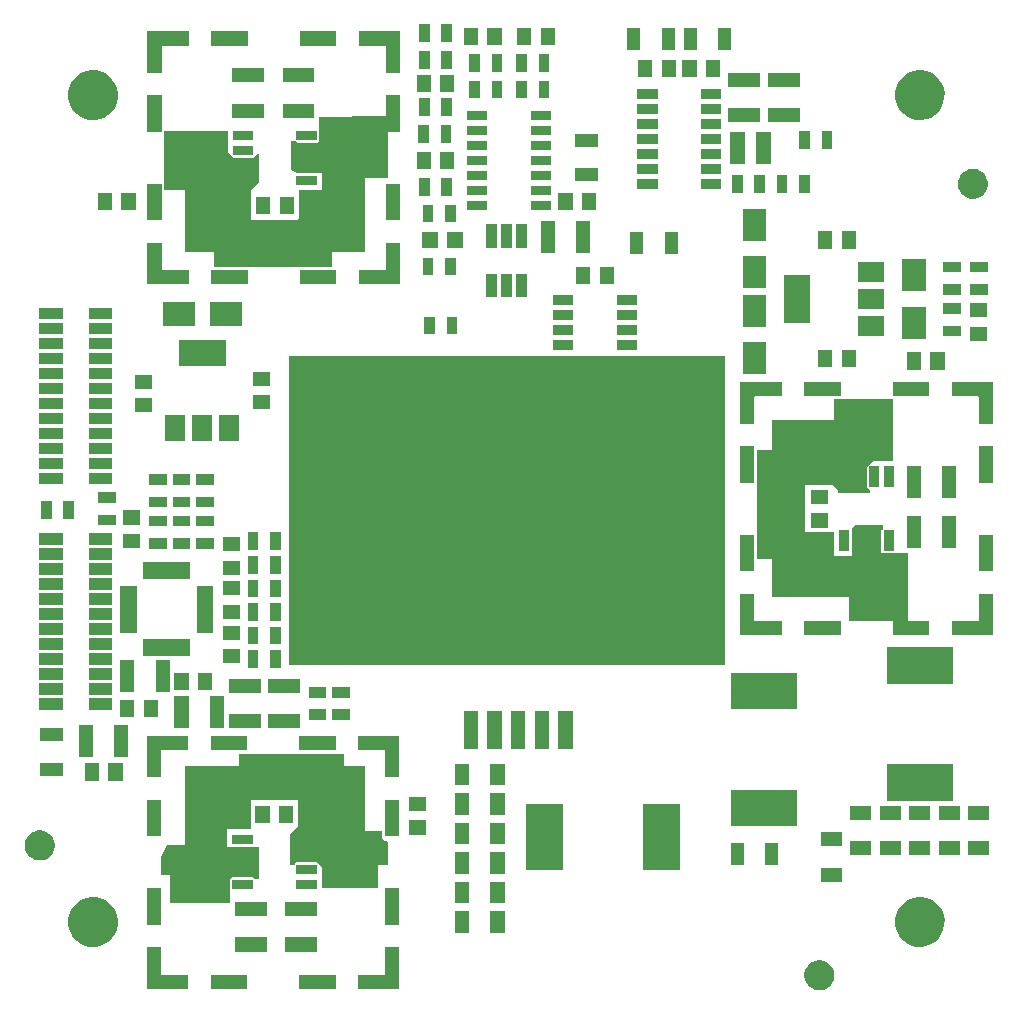
<source format=gbs>
G04 #@! TF.FileFunction,Soldermask,Bot*
%FSLAX46Y46*%
G04 Gerber Fmt 4.6, Leading zero omitted, Abs format (unit mm)*
G04 Created by KiCad (PCBNEW 4.0.5+dfsg1-4) date Thu May 17 15:39:57 2018*
%MOMM*%
%LPD*%
G01*
G04 APERTURE LIST*
%ADD10C,0.100000*%
G04 APERTURE END LIST*
D10*
G36*
X126633394Y-138230843D02*
X126877366Y-138280924D01*
X127106964Y-138377437D01*
X127313448Y-138516713D01*
X127488943Y-138693437D01*
X127626772Y-138900887D01*
X127721680Y-139131151D01*
X127769971Y-139375039D01*
X127769971Y-139375050D01*
X127770054Y-139375470D01*
X127766082Y-139659943D01*
X127765987Y-139660360D01*
X127765987Y-139660373D01*
X127710906Y-139902814D01*
X127609604Y-140130342D01*
X127466036Y-140333862D01*
X127285676Y-140505617D01*
X127075384Y-140639072D01*
X126843179Y-140729139D01*
X126597906Y-140772387D01*
X126348900Y-140767170D01*
X126105651Y-140713688D01*
X125877420Y-140613976D01*
X125672903Y-140471833D01*
X125499891Y-140292675D01*
X125364975Y-140083326D01*
X125273289Y-139851753D01*
X125228329Y-139606786D01*
X125231805Y-139357748D01*
X125283588Y-139114132D01*
X125381703Y-138885212D01*
X125522414Y-138679709D01*
X125700362Y-138505450D01*
X125908767Y-138369073D01*
X126139691Y-138275774D01*
X126384342Y-138229105D01*
X126633394Y-138230843D01*
X126633394Y-138230843D01*
G37*
G36*
X90950000Y-140650000D02*
X87450000Y-140650000D01*
X87450000Y-139450000D01*
X89687500Y-139450000D01*
X89704912Y-139447526D01*
X89720945Y-139440298D01*
X89734331Y-139428890D01*
X89744008Y-139414205D01*
X89749210Y-139397405D01*
X89750000Y-139387500D01*
X89750000Y-137150000D01*
X90950000Y-137150000D01*
X90950000Y-140650000D01*
X90950000Y-140650000D01*
G37*
G36*
X85550000Y-140650000D02*
X82450000Y-140650000D01*
X82450000Y-139450000D01*
X85550000Y-139450000D01*
X85550000Y-140650000D01*
X85550000Y-140650000D01*
G37*
G36*
X70750000Y-139387500D02*
X70752474Y-139404912D01*
X70759702Y-139420945D01*
X70771110Y-139434331D01*
X70785795Y-139444008D01*
X70802595Y-139449210D01*
X70812500Y-139450000D01*
X73050000Y-139450000D01*
X73050000Y-140650000D01*
X69550000Y-140650000D01*
X69550000Y-137150000D01*
X70750000Y-137150000D01*
X70750000Y-139387500D01*
X70750000Y-139387500D01*
G37*
G36*
X78050000Y-140650000D02*
X74950000Y-140650000D01*
X74950000Y-139450000D01*
X78050000Y-139450000D01*
X78050000Y-140650000D01*
X78050000Y-140650000D01*
G37*
G36*
X79700000Y-137500000D02*
X77000000Y-137500000D01*
X77000000Y-136300000D01*
X79700000Y-136300000D01*
X79700000Y-137500000D01*
X79700000Y-137500000D01*
G37*
G36*
X83950000Y-137500000D02*
X81250000Y-137500000D01*
X81250000Y-136300000D01*
X83950000Y-136300000D01*
X83950000Y-137500000D01*
X83950000Y-137500000D01*
G37*
G36*
X65220572Y-132901396D02*
X65623992Y-132984206D01*
X66003642Y-133143796D01*
X66345070Y-133374092D01*
X66635259Y-133666314D01*
X66863164Y-134009341D01*
X67020100Y-134390094D01*
X67100006Y-134793653D01*
X67100006Y-134793659D01*
X67100090Y-134794084D01*
X67093522Y-135264473D01*
X67093427Y-135264890D01*
X67093427Y-135264902D01*
X67002283Y-135666070D01*
X66834776Y-136042297D01*
X66597382Y-136378826D01*
X66299148Y-136662830D01*
X65951423Y-136883503D01*
X65567463Y-137032432D01*
X65161891Y-137103945D01*
X64750150Y-137095319D01*
X64347926Y-137006885D01*
X63970534Y-136842006D01*
X63632362Y-136606972D01*
X63346278Y-136310722D01*
X63123187Y-135964553D01*
X62971580Y-135581638D01*
X62897238Y-135176576D01*
X62902987Y-134764780D01*
X62988612Y-134361951D01*
X63150849Y-133983422D01*
X63383521Y-133643614D01*
X63677764Y-133355469D01*
X64022371Y-133129965D01*
X64404213Y-132975691D01*
X64808753Y-132898521D01*
X65220572Y-132901396D01*
X65220572Y-132901396D01*
G37*
G36*
X135220572Y-132901396D02*
X135623992Y-132984206D01*
X136003642Y-133143796D01*
X136345070Y-133374092D01*
X136635259Y-133666314D01*
X136863164Y-134009341D01*
X137020100Y-134390094D01*
X137100006Y-134793653D01*
X137100006Y-134793659D01*
X137100090Y-134794084D01*
X137093522Y-135264473D01*
X137093427Y-135264890D01*
X137093427Y-135264902D01*
X137002283Y-135666070D01*
X136834776Y-136042297D01*
X136597382Y-136378826D01*
X136299148Y-136662830D01*
X135951423Y-136883503D01*
X135567463Y-137032432D01*
X135161891Y-137103945D01*
X134750150Y-137095319D01*
X134347926Y-137006885D01*
X133970534Y-136842006D01*
X133632362Y-136606972D01*
X133346278Y-136310722D01*
X133123187Y-135964553D01*
X132971580Y-135581638D01*
X132897238Y-135176576D01*
X132902987Y-134764780D01*
X132988612Y-134361951D01*
X133150849Y-133983422D01*
X133383521Y-133643614D01*
X133677764Y-133355469D01*
X134022371Y-133129965D01*
X134404213Y-132975691D01*
X134808753Y-132898521D01*
X135220572Y-132901396D01*
X135220572Y-132901396D01*
G37*
G36*
X96850000Y-135900000D02*
X95650000Y-135900000D01*
X95650000Y-134100000D01*
X96850000Y-134100000D01*
X96850000Y-135900000D01*
X96850000Y-135900000D01*
G37*
G36*
X99850000Y-135900000D02*
X98650000Y-135900000D01*
X98650000Y-134100000D01*
X99850000Y-134100000D01*
X99850000Y-135900000D01*
X99850000Y-135900000D01*
G37*
G36*
X70750000Y-135250000D02*
X69550000Y-135250000D01*
X69550000Y-132150000D01*
X70750000Y-132150000D01*
X70750000Y-135250000D01*
X70750000Y-135250000D01*
G37*
G36*
X90950000Y-135250000D02*
X89750000Y-135250000D01*
X89750000Y-132150000D01*
X90950000Y-132150000D01*
X90950000Y-135250000D01*
X90950000Y-135250000D01*
G37*
G36*
X79700000Y-134500000D02*
X77000000Y-134500000D01*
X77000000Y-133300000D01*
X79700000Y-133300000D01*
X79700000Y-134500000D01*
X79700000Y-134500000D01*
G37*
G36*
X83950000Y-134500000D02*
X81250000Y-134500000D01*
X81250000Y-133300000D01*
X83950000Y-133300000D01*
X83950000Y-134500000D01*
X83950000Y-134500000D01*
G37*
G36*
X86250000Y-121687500D02*
X86252474Y-121704912D01*
X86259702Y-121720945D01*
X86271110Y-121734331D01*
X86285795Y-121744008D01*
X86302595Y-121749210D01*
X86312500Y-121750000D01*
X88000000Y-121750000D01*
X88000000Y-127187500D01*
X88002474Y-127204912D01*
X88009702Y-127220945D01*
X88021110Y-127234331D01*
X88035795Y-127244008D01*
X88052595Y-127249210D01*
X88062500Y-127250000D01*
X89500000Y-127250000D01*
X89500000Y-127961373D01*
X89502474Y-127978785D01*
X89509702Y-127994818D01*
X89521110Y-128008204D01*
X89534546Y-128017273D01*
X90000000Y-128250000D01*
X90000000Y-130200000D01*
X89162500Y-130200000D01*
X89145088Y-130202474D01*
X89129055Y-130209702D01*
X89115669Y-130221110D01*
X89105992Y-130235795D01*
X89100790Y-130252595D01*
X89100000Y-130262500D01*
X89100000Y-132150000D01*
X84350000Y-132150000D01*
X84350000Y-130325888D01*
X84347526Y-130308476D01*
X84340298Y-130292443D01*
X84331694Y-130281694D01*
X83968306Y-129918306D01*
X83954244Y-129907743D01*
X83937796Y-129901517D01*
X83924112Y-129900000D01*
X82275888Y-129900000D01*
X82258476Y-129902474D01*
X82242443Y-129909702D01*
X82231694Y-129918306D01*
X82121694Y-130028306D01*
X82111131Y-130042368D01*
X82104905Y-130058816D01*
X82104496Y-130063950D01*
X82087845Y-130068457D01*
X82068306Y-130081694D01*
X82000000Y-130150000D01*
X81700000Y-130150000D01*
X81700000Y-127550000D01*
X82331694Y-126918306D01*
X82342257Y-126904244D01*
X82348483Y-126887796D01*
X82350000Y-126874112D01*
X82350000Y-124712500D01*
X82347526Y-124695088D01*
X82340298Y-124679055D01*
X82328890Y-124665669D01*
X82314205Y-124655992D01*
X82297405Y-124650790D01*
X82287500Y-124650000D01*
X78412500Y-124650000D01*
X78395088Y-124652474D01*
X78379055Y-124659702D01*
X78365669Y-124671110D01*
X78355992Y-124685795D01*
X78350790Y-124702595D01*
X78350000Y-124712500D01*
X78350000Y-127150000D01*
X76412500Y-127150000D01*
X76395088Y-127152474D01*
X76379055Y-127159702D01*
X76365669Y-127171110D01*
X76355992Y-127185795D01*
X76350790Y-127202595D01*
X76350000Y-127212500D01*
X76350000Y-128587500D01*
X76352474Y-128604912D01*
X76359702Y-128620945D01*
X76371110Y-128634331D01*
X76385795Y-128644008D01*
X76402595Y-128649210D01*
X76412500Y-128650000D01*
X79050000Y-128650000D01*
X79050000Y-131350000D01*
X78700000Y-131350000D01*
X78518306Y-131168306D01*
X78504244Y-131157743D01*
X78487796Y-131151517D01*
X78474112Y-131150000D01*
X76875888Y-131150000D01*
X76858476Y-131152474D01*
X76842443Y-131159702D01*
X76831694Y-131168306D01*
X76701694Y-131298306D01*
X76691131Y-131312368D01*
X76688938Y-131318161D01*
X76687845Y-131318457D01*
X76668306Y-131331694D01*
X76618306Y-131381694D01*
X76607743Y-131395756D01*
X76601517Y-131412204D01*
X76600000Y-131425888D01*
X76600000Y-133400000D01*
X71500000Y-133400000D01*
X71500000Y-131062500D01*
X71497526Y-131045088D01*
X71490298Y-131029055D01*
X71478890Y-131015669D01*
X71464205Y-131005992D01*
X71447405Y-131000790D01*
X71437500Y-131000000D01*
X70750000Y-131000000D01*
X70750000Y-129500000D01*
X71250000Y-128500000D01*
X72687500Y-128500000D01*
X72704912Y-128497526D01*
X72720945Y-128490298D01*
X72734331Y-128478890D01*
X72744008Y-128464205D01*
X72749210Y-128447405D01*
X72750000Y-128437500D01*
X72750000Y-121750000D01*
X77287500Y-121750000D01*
X77304912Y-121747526D01*
X77320945Y-121740298D01*
X77334331Y-121728890D01*
X77344008Y-121714205D01*
X77349210Y-121697405D01*
X77350000Y-121687500D01*
X77350000Y-120750000D01*
X86250000Y-120750000D01*
X86250000Y-121687500D01*
X86250000Y-121687500D01*
G37*
G36*
X99850000Y-133400000D02*
X98650000Y-133400000D01*
X98650000Y-131600000D01*
X99850000Y-131600000D01*
X99850000Y-133400000D01*
X99850000Y-133400000D01*
G37*
G36*
X96850000Y-133400000D02*
X95650000Y-133400000D01*
X95650000Y-131600000D01*
X96850000Y-131600000D01*
X96850000Y-133400000D01*
X96850000Y-133400000D01*
G37*
G36*
X83925000Y-132205000D02*
X82175000Y-132205000D01*
X82175000Y-131405000D01*
X83925000Y-131405000D01*
X83925000Y-132205000D01*
X83925000Y-132205000D01*
G37*
G36*
X78525000Y-132205000D02*
X76775000Y-132205000D01*
X76775000Y-131405000D01*
X78525000Y-131405000D01*
X78525000Y-132205000D01*
X78525000Y-132205000D01*
G37*
G36*
X128400000Y-131600000D02*
X126600000Y-131600000D01*
X126600000Y-130400000D01*
X128400000Y-130400000D01*
X128400000Y-131600000D01*
X128400000Y-131600000D01*
G37*
G36*
X83925000Y-130935000D02*
X82175000Y-130935000D01*
X82175000Y-130135000D01*
X83925000Y-130135000D01*
X83925000Y-130935000D01*
X83925000Y-130935000D01*
G37*
G36*
X99850000Y-130900000D02*
X98650000Y-130900000D01*
X98650000Y-129100000D01*
X99850000Y-129100000D01*
X99850000Y-130900000D01*
X99850000Y-130900000D01*
G37*
G36*
X96850000Y-130900000D02*
X95650000Y-130900000D01*
X95650000Y-129100000D01*
X96850000Y-129100000D01*
X96850000Y-130900000D01*
X96850000Y-130900000D01*
G37*
G36*
X104800000Y-130600000D02*
X101700000Y-130600000D01*
X101700000Y-125000000D01*
X104800000Y-125000000D01*
X104800000Y-130600000D01*
X104800000Y-130600000D01*
G37*
G36*
X114700000Y-130600000D02*
X111600000Y-130600000D01*
X111600000Y-125000000D01*
X114700000Y-125000000D01*
X114700000Y-130600000D01*
X114700000Y-130600000D01*
G37*
G36*
X123000000Y-130200000D02*
X121900000Y-130200000D01*
X121900000Y-128300000D01*
X123000000Y-128300000D01*
X123000000Y-130200000D01*
X123000000Y-130200000D01*
G37*
G36*
X120100000Y-130200000D02*
X119000000Y-130200000D01*
X119000000Y-128300000D01*
X120100000Y-128300000D01*
X120100000Y-130200000D01*
X120100000Y-130200000D01*
G37*
G36*
X60633394Y-127230843D02*
X60877366Y-127280924D01*
X61106964Y-127377437D01*
X61313448Y-127516713D01*
X61488943Y-127693437D01*
X61626772Y-127900887D01*
X61721680Y-128131151D01*
X61769971Y-128375039D01*
X61769971Y-128375050D01*
X61770054Y-128375470D01*
X61766082Y-128659943D01*
X61765987Y-128660360D01*
X61765987Y-128660373D01*
X61710906Y-128902814D01*
X61609604Y-129130342D01*
X61466036Y-129333862D01*
X61285676Y-129505617D01*
X61075384Y-129639072D01*
X60843179Y-129729139D01*
X60597906Y-129772387D01*
X60348900Y-129767170D01*
X60105651Y-129713688D01*
X59877420Y-129613976D01*
X59672903Y-129471833D01*
X59499891Y-129292675D01*
X59364975Y-129083326D01*
X59273289Y-128851753D01*
X59228329Y-128606786D01*
X59231805Y-128357748D01*
X59283588Y-128114132D01*
X59381703Y-127885212D01*
X59522414Y-127679709D01*
X59700362Y-127505450D01*
X59908767Y-127369073D01*
X60139691Y-127275774D01*
X60384342Y-127229105D01*
X60633394Y-127230843D01*
X60633394Y-127230843D01*
G37*
G36*
X140900000Y-129350000D02*
X139100000Y-129350000D01*
X139100000Y-128150000D01*
X140900000Y-128150000D01*
X140900000Y-129350000D01*
X140900000Y-129350000D01*
G37*
G36*
X138400000Y-129350000D02*
X136600000Y-129350000D01*
X136600000Y-128150000D01*
X138400000Y-128150000D01*
X138400000Y-129350000D01*
X138400000Y-129350000D01*
G37*
G36*
X135900000Y-129350000D02*
X134100000Y-129350000D01*
X134100000Y-128150000D01*
X135900000Y-128150000D01*
X135900000Y-129350000D01*
X135900000Y-129350000D01*
G37*
G36*
X130900000Y-129350000D02*
X129100000Y-129350000D01*
X129100000Y-128150000D01*
X130900000Y-128150000D01*
X130900000Y-129350000D01*
X130900000Y-129350000D01*
G37*
G36*
X133400000Y-129350000D02*
X131600000Y-129350000D01*
X131600000Y-128150000D01*
X133400000Y-128150000D01*
X133400000Y-129350000D01*
X133400000Y-129350000D01*
G37*
G36*
X128400000Y-128600000D02*
X126600000Y-128600000D01*
X126600000Y-127400000D01*
X128400000Y-127400000D01*
X128400000Y-128600000D01*
X128400000Y-128600000D01*
G37*
G36*
X99850000Y-128400000D02*
X98650000Y-128400000D01*
X98650000Y-126600000D01*
X99850000Y-126600000D01*
X99850000Y-128400000D01*
X99850000Y-128400000D01*
G37*
G36*
X96850000Y-128400000D02*
X95650000Y-128400000D01*
X95650000Y-126600000D01*
X96850000Y-126600000D01*
X96850000Y-128400000D01*
X96850000Y-128400000D01*
G37*
G36*
X78525000Y-128395000D02*
X76775000Y-128395000D01*
X76775000Y-127595000D01*
X78525000Y-127595000D01*
X78525000Y-128395000D01*
X78525000Y-128395000D01*
G37*
G36*
X90950000Y-127750000D02*
X89750000Y-127750000D01*
X89750000Y-124650000D01*
X90950000Y-124650000D01*
X90950000Y-127750000D01*
X90950000Y-127750000D01*
G37*
G36*
X70750000Y-127750000D02*
X69550000Y-127750000D01*
X69550000Y-124650000D01*
X70750000Y-124650000D01*
X70750000Y-127750000D01*
X70750000Y-127750000D01*
G37*
G36*
X93225000Y-127600000D02*
X91775000Y-127600000D01*
X91775000Y-126400000D01*
X93225000Y-126400000D01*
X93225000Y-127600000D01*
X93225000Y-127600000D01*
G37*
G36*
X124600000Y-126900000D02*
X119000000Y-126900000D01*
X119000000Y-123800000D01*
X124600000Y-123800000D01*
X124600000Y-126900000D01*
X124600000Y-126900000D01*
G37*
G36*
X81950000Y-126625000D02*
X80750000Y-126625000D01*
X80750000Y-125175000D01*
X81950000Y-125175000D01*
X81950000Y-126625000D01*
X81950000Y-126625000D01*
G37*
G36*
X79950000Y-126625000D02*
X78750000Y-126625000D01*
X78750000Y-125175000D01*
X79950000Y-125175000D01*
X79950000Y-126625000D01*
X79950000Y-126625000D01*
G37*
G36*
X140900000Y-126350000D02*
X139100000Y-126350000D01*
X139100000Y-125150000D01*
X140900000Y-125150000D01*
X140900000Y-126350000D01*
X140900000Y-126350000D01*
G37*
G36*
X138400000Y-126350000D02*
X136600000Y-126350000D01*
X136600000Y-125150000D01*
X138400000Y-125150000D01*
X138400000Y-126350000D01*
X138400000Y-126350000D01*
G37*
G36*
X135900000Y-126350000D02*
X134100000Y-126350000D01*
X134100000Y-125150000D01*
X135900000Y-125150000D01*
X135900000Y-126350000D01*
X135900000Y-126350000D01*
G37*
G36*
X130900000Y-126350000D02*
X129100000Y-126350000D01*
X129100000Y-125150000D01*
X130900000Y-125150000D01*
X130900000Y-126350000D01*
X130900000Y-126350000D01*
G37*
G36*
X133400000Y-126350000D02*
X131600000Y-126350000D01*
X131600000Y-125150000D01*
X133400000Y-125150000D01*
X133400000Y-126350000D01*
X133400000Y-126350000D01*
G37*
G36*
X99850000Y-125900000D02*
X98650000Y-125900000D01*
X98650000Y-124100000D01*
X99850000Y-124100000D01*
X99850000Y-125900000D01*
X99850000Y-125900000D01*
G37*
G36*
X96850000Y-125900000D02*
X95650000Y-125900000D01*
X95650000Y-124100000D01*
X96850000Y-124100000D01*
X96850000Y-125900000D01*
X96850000Y-125900000D01*
G37*
G36*
X93225000Y-125600000D02*
X91775000Y-125600000D01*
X91775000Y-124400000D01*
X93225000Y-124400000D01*
X93225000Y-125600000D01*
X93225000Y-125600000D01*
G37*
G36*
X137800000Y-124750000D02*
X132200000Y-124750000D01*
X132200000Y-121650000D01*
X137800000Y-121650000D01*
X137800000Y-124750000D01*
X137800000Y-124750000D01*
G37*
G36*
X96850000Y-123400000D02*
X95650000Y-123400000D01*
X95650000Y-121600000D01*
X96850000Y-121600000D01*
X96850000Y-123400000D01*
X96850000Y-123400000D01*
G37*
G36*
X99850000Y-123400000D02*
X98650000Y-123400000D01*
X98650000Y-121600000D01*
X99850000Y-121600000D01*
X99850000Y-123400000D01*
X99850000Y-123400000D01*
G37*
G36*
X65500000Y-123025000D02*
X64300000Y-123025000D01*
X64300000Y-121575000D01*
X65500000Y-121575000D01*
X65500000Y-123025000D01*
X65500000Y-123025000D01*
G37*
G36*
X67500000Y-123025000D02*
X66300000Y-123025000D01*
X66300000Y-121575000D01*
X67500000Y-121575000D01*
X67500000Y-123025000D01*
X67500000Y-123025000D01*
G37*
G36*
X90950000Y-122750000D02*
X89750000Y-122750000D01*
X89750000Y-120512500D01*
X89747526Y-120495088D01*
X89740298Y-120479055D01*
X89728890Y-120465669D01*
X89714205Y-120455992D01*
X89697405Y-120450790D01*
X89687500Y-120450000D01*
X87450000Y-120450000D01*
X87450000Y-119250000D01*
X90950000Y-119250000D01*
X90950000Y-122750000D01*
X90950000Y-122750000D01*
G37*
G36*
X73050000Y-120450000D02*
X70812500Y-120450000D01*
X70795088Y-120452474D01*
X70779055Y-120459702D01*
X70765669Y-120471110D01*
X70755992Y-120485795D01*
X70750790Y-120502595D01*
X70750000Y-120512500D01*
X70750000Y-122750000D01*
X69550000Y-122750000D01*
X69550000Y-119250000D01*
X73050000Y-119250000D01*
X73050000Y-120450000D01*
X73050000Y-120450000D01*
G37*
G36*
X62450000Y-122600000D02*
X60550000Y-122600000D01*
X60550000Y-121500000D01*
X62450000Y-121500000D01*
X62450000Y-122600000D01*
X62450000Y-122600000D01*
G37*
G36*
X68000000Y-121050000D02*
X66800000Y-121050000D01*
X66800000Y-118350000D01*
X68000000Y-118350000D01*
X68000000Y-121050000D01*
X68000000Y-121050000D01*
G37*
G36*
X65000000Y-121050000D02*
X63800000Y-121050000D01*
X63800000Y-118350000D01*
X65000000Y-118350000D01*
X65000000Y-121050000D01*
X65000000Y-121050000D01*
G37*
G36*
X78050000Y-120450000D02*
X74950000Y-120450000D01*
X74950000Y-119250000D01*
X78050000Y-119250000D01*
X78050000Y-120450000D01*
X78050000Y-120450000D01*
G37*
G36*
X85550000Y-120450000D02*
X82450000Y-120450000D01*
X82450000Y-119250000D01*
X85550000Y-119250000D01*
X85550000Y-120450000D01*
X85550000Y-120450000D01*
G37*
G36*
X105600000Y-120350000D02*
X104400000Y-120350000D01*
X104400000Y-117150000D01*
X105600000Y-117150000D01*
X105600000Y-120350000D01*
X105600000Y-120350000D01*
G37*
G36*
X97600000Y-120350000D02*
X96400000Y-120350000D01*
X96400000Y-117150000D01*
X97600000Y-117150000D01*
X97600000Y-120350000D01*
X97600000Y-120350000D01*
G37*
G36*
X99600000Y-120350000D02*
X98400000Y-120350000D01*
X98400000Y-117150000D01*
X99600000Y-117150000D01*
X99600000Y-120350000D01*
X99600000Y-120350000D01*
G37*
G36*
X101600000Y-120350000D02*
X100400000Y-120350000D01*
X100400000Y-117150000D01*
X101600000Y-117150000D01*
X101600000Y-120350000D01*
X101600000Y-120350000D01*
G37*
G36*
X103600000Y-120350000D02*
X102400000Y-120350000D01*
X102400000Y-117150000D01*
X103600000Y-117150000D01*
X103600000Y-120350000D01*
X103600000Y-120350000D01*
G37*
G36*
X62450000Y-119700000D02*
X60550000Y-119700000D01*
X60550000Y-118600000D01*
X62450000Y-118600000D01*
X62450000Y-119700000D01*
X62450000Y-119700000D01*
G37*
G36*
X82550000Y-118600000D02*
X79850000Y-118600000D01*
X79850000Y-117400000D01*
X82550000Y-117400000D01*
X82550000Y-118600000D01*
X82550000Y-118600000D01*
G37*
G36*
X79250000Y-118600000D02*
X76550000Y-118600000D01*
X76550000Y-117400000D01*
X79250000Y-117400000D01*
X79250000Y-118600000D01*
X79250000Y-118600000D01*
G37*
G36*
X73100000Y-118550000D02*
X71900000Y-118550000D01*
X71900000Y-115850000D01*
X73100000Y-115850000D01*
X73100000Y-118550000D01*
X73100000Y-118550000D01*
G37*
G36*
X76100000Y-118550000D02*
X74900000Y-118550000D01*
X74900000Y-115850000D01*
X76100000Y-115850000D01*
X76100000Y-118550000D01*
X76100000Y-118550000D01*
G37*
G36*
X84750000Y-117900000D02*
X83250000Y-117900000D01*
X83250000Y-117000000D01*
X84750000Y-117000000D01*
X84750000Y-117900000D01*
X84750000Y-117900000D01*
G37*
G36*
X86750000Y-117900000D02*
X85250000Y-117900000D01*
X85250000Y-117000000D01*
X86750000Y-117000000D01*
X86750000Y-117900000D01*
X86750000Y-117900000D01*
G37*
G36*
X70500000Y-117625000D02*
X69300000Y-117625000D01*
X69300000Y-116175000D01*
X70500000Y-116175000D01*
X70500000Y-117625000D01*
X70500000Y-117625000D01*
G37*
G36*
X68500000Y-117625000D02*
X67300000Y-117625000D01*
X67300000Y-116175000D01*
X68500000Y-116175000D01*
X68500000Y-117625000D01*
X68500000Y-117625000D01*
G37*
G36*
X66620000Y-117025000D02*
X64620000Y-117025000D01*
X64620000Y-116065000D01*
X66620000Y-116065000D01*
X66620000Y-117025000D01*
X66620000Y-117025000D01*
G37*
G36*
X62420000Y-117025000D02*
X60420000Y-117025000D01*
X60420000Y-116065000D01*
X62420000Y-116065000D01*
X62420000Y-117025000D01*
X62420000Y-117025000D01*
G37*
G36*
X124600000Y-117000000D02*
X119000000Y-117000000D01*
X119000000Y-113900000D01*
X124600000Y-113900000D01*
X124600000Y-117000000D01*
X124600000Y-117000000D01*
G37*
G36*
X84750000Y-116000000D02*
X83250000Y-116000000D01*
X83250000Y-115100000D01*
X84750000Y-115100000D01*
X84750000Y-116000000D01*
X84750000Y-116000000D01*
G37*
G36*
X86750000Y-116000000D02*
X85250000Y-116000000D01*
X85250000Y-115100000D01*
X86750000Y-115100000D01*
X86750000Y-116000000D01*
X86750000Y-116000000D01*
G37*
G36*
X62420000Y-115755000D02*
X60420000Y-115755000D01*
X60420000Y-114795000D01*
X62420000Y-114795000D01*
X62420000Y-115755000D01*
X62420000Y-115755000D01*
G37*
G36*
X66620000Y-115755000D02*
X64620000Y-115755000D01*
X64620000Y-114795000D01*
X66620000Y-114795000D01*
X66620000Y-115755000D01*
X66620000Y-115755000D01*
G37*
G36*
X79250000Y-115600000D02*
X76550000Y-115600000D01*
X76550000Y-114400000D01*
X79250000Y-114400000D01*
X79250000Y-115600000D01*
X79250000Y-115600000D01*
G37*
G36*
X82550000Y-115600000D02*
X79850000Y-115600000D01*
X79850000Y-114400000D01*
X82550000Y-114400000D01*
X82550000Y-115600000D01*
X82550000Y-115600000D01*
G37*
G36*
X71500000Y-115550000D02*
X70300000Y-115550000D01*
X70300000Y-112850000D01*
X71500000Y-112850000D01*
X71500000Y-115550000D01*
X71500000Y-115550000D01*
G37*
G36*
X68500000Y-115550000D02*
X67300000Y-115550000D01*
X67300000Y-112850000D01*
X68500000Y-112850000D01*
X68500000Y-115550000D01*
X68500000Y-115550000D01*
G37*
G36*
X75100000Y-115325000D02*
X73900000Y-115325000D01*
X73900000Y-113875000D01*
X75100000Y-113875000D01*
X75100000Y-115325000D01*
X75100000Y-115325000D01*
G37*
G36*
X73100000Y-115325000D02*
X71900000Y-115325000D01*
X71900000Y-113875000D01*
X73100000Y-113875000D01*
X73100000Y-115325000D01*
X73100000Y-115325000D01*
G37*
G36*
X137800000Y-114850000D02*
X132200000Y-114850000D01*
X132200000Y-111750000D01*
X137800000Y-111750000D01*
X137800000Y-114850000D01*
X137800000Y-114850000D01*
G37*
G36*
X66620000Y-114485000D02*
X64620000Y-114485000D01*
X64620000Y-113525000D01*
X66620000Y-113525000D01*
X66620000Y-114485000D01*
X66620000Y-114485000D01*
G37*
G36*
X62420000Y-114485000D02*
X60420000Y-114485000D01*
X60420000Y-113525000D01*
X62420000Y-113525000D01*
X62420000Y-114485000D01*
X62420000Y-114485000D01*
G37*
G36*
X80900000Y-113500000D02*
X80000000Y-113500000D01*
X80000000Y-112000000D01*
X80900000Y-112000000D01*
X80900000Y-113500000D01*
X80900000Y-113500000D01*
G37*
G36*
X79000000Y-113500000D02*
X78100000Y-113500000D01*
X78100000Y-112000000D01*
X79000000Y-112000000D01*
X79000000Y-113500000D01*
X79000000Y-113500000D01*
G37*
G36*
X66620000Y-113215000D02*
X64620000Y-113215000D01*
X64620000Y-112255000D01*
X66620000Y-112255000D01*
X66620000Y-113215000D01*
X66620000Y-113215000D01*
G37*
G36*
X62420000Y-113215000D02*
X60420000Y-113215000D01*
X60420000Y-112255000D01*
X62420000Y-112255000D01*
X62420000Y-113215000D01*
X62420000Y-113215000D01*
G37*
G36*
X118500000Y-113200000D02*
X81600000Y-113200000D01*
X81600000Y-87100000D01*
X118500000Y-87100000D01*
X118500000Y-113200000D01*
X118500000Y-113200000D01*
G37*
G36*
X77475000Y-113100000D02*
X76025000Y-113100000D01*
X76025000Y-111900000D01*
X77475000Y-111900000D01*
X77475000Y-113100000D01*
X77475000Y-113100000D01*
G37*
G36*
X73240000Y-112450000D02*
X69260000Y-112450000D01*
X69260000Y-111050000D01*
X73240000Y-111050000D01*
X73240000Y-112450000D01*
X73240000Y-112450000D01*
G37*
G36*
X62420000Y-111945000D02*
X60420000Y-111945000D01*
X60420000Y-110985000D01*
X62420000Y-110985000D01*
X62420000Y-111945000D01*
X62420000Y-111945000D01*
G37*
G36*
X66620000Y-111945000D02*
X64620000Y-111945000D01*
X64620000Y-110985000D01*
X66620000Y-110985000D01*
X66620000Y-111945000D01*
X66620000Y-111945000D01*
G37*
G36*
X79000000Y-111500000D02*
X78100000Y-111500000D01*
X78100000Y-110000000D01*
X79000000Y-110000000D01*
X79000000Y-111500000D01*
X79000000Y-111500000D01*
G37*
G36*
X80900000Y-111500000D02*
X80000000Y-111500000D01*
X80000000Y-110000000D01*
X80900000Y-110000000D01*
X80900000Y-111500000D01*
X80900000Y-111500000D01*
G37*
G36*
X77475000Y-111100000D02*
X76025000Y-111100000D01*
X76025000Y-109900000D01*
X77475000Y-109900000D01*
X77475000Y-111100000D01*
X77475000Y-111100000D01*
G37*
G36*
X141200000Y-110700000D02*
X137700000Y-110700000D01*
X137700000Y-109500000D01*
X139937500Y-109500000D01*
X139954912Y-109497526D01*
X139970945Y-109490298D01*
X139984331Y-109478890D01*
X139994008Y-109464205D01*
X139999210Y-109447405D01*
X140000000Y-109437500D01*
X140000000Y-107200000D01*
X141200000Y-107200000D01*
X141200000Y-110700000D01*
X141200000Y-110700000D01*
G37*
G36*
X128300000Y-110700000D02*
X125200000Y-110700000D01*
X125200000Y-109500000D01*
X128300000Y-109500000D01*
X128300000Y-110700000D01*
X128300000Y-110700000D01*
G37*
G36*
X132750000Y-95996274D02*
X131025810Y-95999945D01*
X131008403Y-96002457D01*
X130992385Y-96009718D01*
X130981749Y-96018251D01*
X130681694Y-96318306D01*
X130671131Y-96332368D01*
X130664905Y-96348816D01*
X130664496Y-96353950D01*
X130647845Y-96358457D01*
X130628306Y-96371694D01*
X130518306Y-96481694D01*
X130507743Y-96495756D01*
X130501517Y-96512204D01*
X130500000Y-96525888D01*
X130500000Y-98124112D01*
X130502474Y-98141524D01*
X130509702Y-98157557D01*
X130518306Y-98168306D01*
X130628306Y-98278306D01*
X130630531Y-98279977D01*
X130631694Y-98281694D01*
X130750000Y-98400000D01*
X130750000Y-98650000D01*
X128100000Y-98650000D01*
X128100000Y-98430038D01*
X128097526Y-98412626D01*
X128090298Y-98396593D01*
X128076544Y-98381235D01*
X127617074Y-98013659D01*
X127601935Y-98004716D01*
X127578135Y-97999965D01*
X125312597Y-97996373D01*
X125295183Y-97998820D01*
X125279138Y-98006022D01*
X125265735Y-98017409D01*
X125256035Y-98032079D01*
X125250806Y-98048870D01*
X125250000Y-98058873D01*
X125250000Y-101933774D01*
X125252474Y-101951186D01*
X125259702Y-101967219D01*
X125271110Y-101980605D01*
X125285795Y-101990282D01*
X125302595Y-101995484D01*
X125312500Y-101996274D01*
X127750000Y-101996274D01*
X127750000Y-103933774D01*
X127752474Y-103951186D01*
X127759702Y-103967219D01*
X127771110Y-103980605D01*
X127785795Y-103990282D01*
X127802595Y-103995484D01*
X127812500Y-103996274D01*
X129187500Y-103996274D01*
X129204912Y-103993800D01*
X129220945Y-103986572D01*
X129234331Y-103975164D01*
X129244008Y-103960479D01*
X129249210Y-103943679D01*
X129250000Y-103933774D01*
X129250000Y-101600000D01*
X129500000Y-101350000D01*
X131900000Y-101350000D01*
X131900000Y-101700000D01*
X131768306Y-101831694D01*
X131757743Y-101845756D01*
X131751517Y-101862204D01*
X131750000Y-101875888D01*
X131750000Y-103683774D01*
X131752474Y-103701186D01*
X131759702Y-103717219D01*
X131771110Y-103730605D01*
X131785795Y-103740282D01*
X131802595Y-103745484D01*
X131812500Y-103746274D01*
X134000000Y-103746274D01*
X134000000Y-109437500D01*
X134002474Y-109454912D01*
X134009702Y-109470945D01*
X134021110Y-109484331D01*
X134035795Y-109494008D01*
X134052595Y-109499210D01*
X134062500Y-109500000D01*
X135800000Y-109500000D01*
X135800000Y-110700000D01*
X132700000Y-110700000D01*
X132700000Y-109562500D01*
X132697526Y-109545088D01*
X132690298Y-109529055D01*
X132678890Y-109515669D01*
X132664205Y-109505992D01*
X132647405Y-109500790D01*
X132637500Y-109500000D01*
X129000000Y-109500000D01*
X129000000Y-107562500D01*
X128997526Y-107545088D01*
X128990298Y-107529055D01*
X128978890Y-107515669D01*
X128964205Y-107505992D01*
X128947405Y-107500790D01*
X128937500Y-107500000D01*
X122500000Y-107500000D01*
X122500000Y-104312500D01*
X122497526Y-104295088D01*
X122490298Y-104279055D01*
X122478890Y-104265669D01*
X122464205Y-104255992D01*
X122447405Y-104250790D01*
X122437500Y-104250000D01*
X121250000Y-104250000D01*
X121250000Y-95000000D01*
X122437500Y-95000000D01*
X122454912Y-94997526D01*
X122470945Y-94990298D01*
X122484331Y-94978890D01*
X122494008Y-94964205D01*
X122499210Y-94947405D01*
X122500000Y-94937500D01*
X122500000Y-92500000D01*
X127687500Y-92500000D01*
X127704912Y-92497526D01*
X127720945Y-92490298D01*
X127734331Y-92478890D01*
X127744008Y-92464205D01*
X127749210Y-92447405D01*
X127750000Y-92437500D01*
X127750000Y-90750000D01*
X132750000Y-90746274D01*
X132750000Y-95996274D01*
X132750000Y-95996274D01*
G37*
G36*
X121000000Y-109437500D02*
X121002474Y-109454912D01*
X121009702Y-109470945D01*
X121021110Y-109484331D01*
X121035795Y-109494008D01*
X121052595Y-109499210D01*
X121062500Y-109500000D01*
X123300000Y-109500000D01*
X123300000Y-110700000D01*
X119800000Y-110700000D01*
X119800000Y-107200000D01*
X121000000Y-107200000D01*
X121000000Y-109437500D01*
X121000000Y-109437500D01*
G37*
G36*
X66620000Y-110675000D02*
X64620000Y-110675000D01*
X64620000Y-109715000D01*
X66620000Y-109715000D01*
X66620000Y-110675000D01*
X66620000Y-110675000D01*
G37*
G36*
X62420000Y-110675000D02*
X60420000Y-110675000D01*
X60420000Y-109715000D01*
X62420000Y-109715000D01*
X62420000Y-110675000D01*
X62420000Y-110675000D01*
G37*
G36*
X68700000Y-110490000D02*
X67300000Y-110490000D01*
X67300000Y-106510000D01*
X68700000Y-106510000D01*
X68700000Y-110490000D01*
X68700000Y-110490000D01*
G37*
G36*
X75200000Y-110490000D02*
X73800000Y-110490000D01*
X73800000Y-106510000D01*
X75200000Y-106510000D01*
X75200000Y-110490000D01*
X75200000Y-110490000D01*
G37*
G36*
X80900000Y-109500000D02*
X80000000Y-109500000D01*
X80000000Y-108000000D01*
X80900000Y-108000000D01*
X80900000Y-109500000D01*
X80900000Y-109500000D01*
G37*
G36*
X79000000Y-109500000D02*
X78100000Y-109500000D01*
X78100000Y-108000000D01*
X79000000Y-108000000D01*
X79000000Y-109500000D01*
X79000000Y-109500000D01*
G37*
G36*
X62420000Y-109405000D02*
X60420000Y-109405000D01*
X60420000Y-108445000D01*
X62420000Y-108445000D01*
X62420000Y-109405000D01*
X62420000Y-109405000D01*
G37*
G36*
X66620000Y-109405000D02*
X64620000Y-109405000D01*
X64620000Y-108445000D01*
X66620000Y-108445000D01*
X66620000Y-109405000D01*
X66620000Y-109405000D01*
G37*
G36*
X77475000Y-109350000D02*
X76025000Y-109350000D01*
X76025000Y-108150000D01*
X77475000Y-108150000D01*
X77475000Y-109350000D01*
X77475000Y-109350000D01*
G37*
G36*
X66620000Y-108135000D02*
X64620000Y-108135000D01*
X64620000Y-107175000D01*
X66620000Y-107175000D01*
X66620000Y-108135000D01*
X66620000Y-108135000D01*
G37*
G36*
X62420000Y-108135000D02*
X60420000Y-108135000D01*
X60420000Y-107175000D01*
X62420000Y-107175000D01*
X62420000Y-108135000D01*
X62420000Y-108135000D01*
G37*
G36*
X80900000Y-107500000D02*
X80000000Y-107500000D01*
X80000000Y-106000000D01*
X80900000Y-106000000D01*
X80900000Y-107500000D01*
X80900000Y-107500000D01*
G37*
G36*
X79000000Y-107500000D02*
X78100000Y-107500000D01*
X78100000Y-106000000D01*
X79000000Y-106000000D01*
X79000000Y-107500000D01*
X79000000Y-107500000D01*
G37*
G36*
X77475000Y-107350000D02*
X76025000Y-107350000D01*
X76025000Y-106150000D01*
X77475000Y-106150000D01*
X77475000Y-107350000D01*
X77475000Y-107350000D01*
G37*
G36*
X62420000Y-106865000D02*
X60420000Y-106865000D01*
X60420000Y-105905000D01*
X62420000Y-105905000D01*
X62420000Y-106865000D01*
X62420000Y-106865000D01*
G37*
G36*
X66620000Y-106865000D02*
X64620000Y-106865000D01*
X64620000Y-105905000D01*
X66620000Y-105905000D01*
X66620000Y-106865000D01*
X66620000Y-106865000D01*
G37*
G36*
X73240000Y-105950000D02*
X69260000Y-105950000D01*
X69260000Y-104550000D01*
X73240000Y-104550000D01*
X73240000Y-105950000D01*
X73240000Y-105950000D01*
G37*
G36*
X77475000Y-105600000D02*
X76025000Y-105600000D01*
X76025000Y-104400000D01*
X77475000Y-104400000D01*
X77475000Y-105600000D01*
X77475000Y-105600000D01*
G37*
G36*
X66620000Y-105595000D02*
X64620000Y-105595000D01*
X64620000Y-104635000D01*
X66620000Y-104635000D01*
X66620000Y-105595000D01*
X66620000Y-105595000D01*
G37*
G36*
X62420000Y-105595000D02*
X60420000Y-105595000D01*
X60420000Y-104635000D01*
X62420000Y-104635000D01*
X62420000Y-105595000D01*
X62420000Y-105595000D01*
G37*
G36*
X79000000Y-105500000D02*
X78100000Y-105500000D01*
X78100000Y-104000000D01*
X79000000Y-104000000D01*
X79000000Y-105500000D01*
X79000000Y-105500000D01*
G37*
G36*
X80900000Y-105500000D02*
X80000000Y-105500000D01*
X80000000Y-104000000D01*
X80900000Y-104000000D01*
X80900000Y-105500000D01*
X80900000Y-105500000D01*
G37*
G36*
X141200000Y-105300000D02*
X140000000Y-105300000D01*
X140000000Y-102200000D01*
X141200000Y-102200000D01*
X141200000Y-105300000D01*
X141200000Y-105300000D01*
G37*
G36*
X121000000Y-105300000D02*
X119800000Y-105300000D01*
X119800000Y-102200000D01*
X121000000Y-102200000D01*
X121000000Y-105300000D01*
X121000000Y-105300000D01*
G37*
G36*
X66620000Y-104325000D02*
X64620000Y-104325000D01*
X64620000Y-103365000D01*
X66620000Y-103365000D01*
X66620000Y-104325000D01*
X66620000Y-104325000D01*
G37*
G36*
X62420000Y-104325000D02*
X60420000Y-104325000D01*
X60420000Y-103365000D01*
X62420000Y-103365000D01*
X62420000Y-104325000D01*
X62420000Y-104325000D01*
G37*
G36*
X77475000Y-103600000D02*
X76025000Y-103600000D01*
X76025000Y-102400000D01*
X77475000Y-102400000D01*
X77475000Y-103600000D01*
X77475000Y-103600000D01*
G37*
G36*
X128995000Y-103575000D02*
X128195000Y-103575000D01*
X128195000Y-101825000D01*
X128995000Y-101825000D01*
X128995000Y-103575000D01*
X128995000Y-103575000D01*
G37*
G36*
X132805000Y-103575000D02*
X132005000Y-103575000D01*
X132005000Y-101825000D01*
X132805000Y-101825000D01*
X132805000Y-103575000D01*
X132805000Y-103575000D01*
G37*
G36*
X80900000Y-103500000D02*
X80000000Y-103500000D01*
X80000000Y-102000000D01*
X80900000Y-102000000D01*
X80900000Y-103500000D01*
X80900000Y-103500000D01*
G37*
G36*
X79000000Y-103500000D02*
X78100000Y-103500000D01*
X78100000Y-102000000D01*
X79000000Y-102000000D01*
X79000000Y-103500000D01*
X79000000Y-103500000D01*
G37*
G36*
X75250000Y-103400000D02*
X73750000Y-103400000D01*
X73750000Y-102500000D01*
X75250000Y-102500000D01*
X75250000Y-103400000D01*
X75250000Y-103400000D01*
G37*
G36*
X73250000Y-103400000D02*
X71750000Y-103400000D01*
X71750000Y-102500000D01*
X73250000Y-102500000D01*
X73250000Y-103400000D01*
X73250000Y-103400000D01*
G37*
G36*
X71250000Y-103400000D02*
X69750000Y-103400000D01*
X69750000Y-102500000D01*
X71250000Y-102500000D01*
X71250000Y-103400000D01*
X71250000Y-103400000D01*
G37*
G36*
X68975000Y-103350000D02*
X67525000Y-103350000D01*
X67525000Y-102150000D01*
X68975000Y-102150000D01*
X68975000Y-103350000D01*
X68975000Y-103350000D01*
G37*
G36*
X135100000Y-103350000D02*
X133900000Y-103350000D01*
X133900000Y-100650000D01*
X135100000Y-100650000D01*
X135100000Y-103350000D01*
X135100000Y-103350000D01*
G37*
G36*
X138100000Y-103350000D02*
X136900000Y-103350000D01*
X136900000Y-100650000D01*
X138100000Y-100650000D01*
X138100000Y-103350000D01*
X138100000Y-103350000D01*
G37*
G36*
X66620000Y-103055000D02*
X64620000Y-103055000D01*
X64620000Y-102095000D01*
X66620000Y-102095000D01*
X66620000Y-103055000D01*
X66620000Y-103055000D01*
G37*
G36*
X62420000Y-103055000D02*
X60420000Y-103055000D01*
X60420000Y-102095000D01*
X62420000Y-102095000D01*
X62420000Y-103055000D01*
X62420000Y-103055000D01*
G37*
G36*
X127225000Y-101600000D02*
X125775000Y-101600000D01*
X125775000Y-100400000D01*
X127225000Y-100400000D01*
X127225000Y-101600000D01*
X127225000Y-101600000D01*
G37*
G36*
X75250000Y-101500000D02*
X73750000Y-101500000D01*
X73750000Y-100600000D01*
X75250000Y-100600000D01*
X75250000Y-101500000D01*
X75250000Y-101500000D01*
G37*
G36*
X73250000Y-101500000D02*
X71750000Y-101500000D01*
X71750000Y-100600000D01*
X73250000Y-100600000D01*
X73250000Y-101500000D01*
X73250000Y-101500000D01*
G37*
G36*
X71250000Y-101500000D02*
X69750000Y-101500000D01*
X69750000Y-100600000D01*
X71250000Y-100600000D01*
X71250000Y-101500000D01*
X71250000Y-101500000D01*
G37*
G36*
X66950000Y-101400000D02*
X65450000Y-101400000D01*
X65450000Y-100500000D01*
X66950000Y-100500000D01*
X66950000Y-101400000D01*
X66950000Y-101400000D01*
G37*
G36*
X68975000Y-101350000D02*
X67525000Y-101350000D01*
X67525000Y-100150000D01*
X68975000Y-100150000D01*
X68975000Y-101350000D01*
X68975000Y-101350000D01*
G37*
G36*
X61500000Y-100850000D02*
X60600000Y-100850000D01*
X60600000Y-99350000D01*
X61500000Y-99350000D01*
X61500000Y-100850000D01*
X61500000Y-100850000D01*
G37*
G36*
X63400000Y-100850000D02*
X62500000Y-100850000D01*
X62500000Y-99350000D01*
X63400000Y-99350000D01*
X63400000Y-100850000D01*
X63400000Y-100850000D01*
G37*
G36*
X73250000Y-99900000D02*
X71750000Y-99900000D01*
X71750000Y-99000000D01*
X73250000Y-99000000D01*
X73250000Y-99900000D01*
X73250000Y-99900000D01*
G37*
G36*
X71250000Y-99900000D02*
X69750000Y-99900000D01*
X69750000Y-99000000D01*
X71250000Y-99000000D01*
X71250000Y-99900000D01*
X71250000Y-99900000D01*
G37*
G36*
X75250000Y-99900000D02*
X73750000Y-99900000D01*
X73750000Y-99000000D01*
X75250000Y-99000000D01*
X75250000Y-99900000D01*
X75250000Y-99900000D01*
G37*
G36*
X127225000Y-99600000D02*
X125775000Y-99600000D01*
X125775000Y-98400000D01*
X127225000Y-98400000D01*
X127225000Y-99600000D01*
X127225000Y-99600000D01*
G37*
G36*
X66950000Y-99500000D02*
X65450000Y-99500000D01*
X65450000Y-98600000D01*
X66950000Y-98600000D01*
X66950000Y-99500000D01*
X66950000Y-99500000D01*
G37*
G36*
X138100000Y-99100000D02*
X136900000Y-99100000D01*
X136900000Y-96400000D01*
X138100000Y-96400000D01*
X138100000Y-99100000D01*
X138100000Y-99100000D01*
G37*
G36*
X135100000Y-99100000D02*
X133900000Y-99100000D01*
X133900000Y-96400000D01*
X135100000Y-96400000D01*
X135100000Y-99100000D01*
X135100000Y-99100000D01*
G37*
G36*
X131535000Y-98175000D02*
X130735000Y-98175000D01*
X130735000Y-96425000D01*
X131535000Y-96425000D01*
X131535000Y-98175000D01*
X131535000Y-98175000D01*
G37*
G36*
X132805000Y-98175000D02*
X132005000Y-98175000D01*
X132005000Y-96425000D01*
X132805000Y-96425000D01*
X132805000Y-98175000D01*
X132805000Y-98175000D01*
G37*
G36*
X71250000Y-98000000D02*
X69750000Y-98000000D01*
X69750000Y-97100000D01*
X71250000Y-97100000D01*
X71250000Y-98000000D01*
X71250000Y-98000000D01*
G37*
G36*
X75250000Y-98000000D02*
X73750000Y-98000000D01*
X73750000Y-97100000D01*
X75250000Y-97100000D01*
X75250000Y-98000000D01*
X75250000Y-98000000D01*
G37*
G36*
X73250000Y-98000000D02*
X71750000Y-98000000D01*
X71750000Y-97100000D01*
X73250000Y-97100000D01*
X73250000Y-98000000D01*
X73250000Y-98000000D01*
G37*
G36*
X62420000Y-97905000D02*
X60420000Y-97905000D01*
X60420000Y-96945000D01*
X62420000Y-96945000D01*
X62420000Y-97905000D01*
X62420000Y-97905000D01*
G37*
G36*
X66620000Y-97905000D02*
X64620000Y-97905000D01*
X64620000Y-96945000D01*
X66620000Y-96945000D01*
X66620000Y-97905000D01*
X66620000Y-97905000D01*
G37*
G36*
X141200000Y-97800000D02*
X140000000Y-97800000D01*
X140000000Y-94700000D01*
X141200000Y-94700000D01*
X141200000Y-97800000D01*
X141200000Y-97800000D01*
G37*
G36*
X121000000Y-97800000D02*
X119800000Y-97800000D01*
X119800000Y-94700000D01*
X121000000Y-94700000D01*
X121000000Y-97800000D01*
X121000000Y-97800000D01*
G37*
G36*
X66620000Y-96635000D02*
X64620000Y-96635000D01*
X64620000Y-95675000D01*
X66620000Y-95675000D01*
X66620000Y-96635000D01*
X66620000Y-96635000D01*
G37*
G36*
X62420000Y-96635000D02*
X60420000Y-96635000D01*
X60420000Y-95675000D01*
X62420000Y-95675000D01*
X62420000Y-96635000D01*
X62420000Y-96635000D01*
G37*
G36*
X62420000Y-95365000D02*
X60420000Y-95365000D01*
X60420000Y-94405000D01*
X62420000Y-94405000D01*
X62420000Y-95365000D01*
X62420000Y-95365000D01*
G37*
G36*
X66620000Y-95365000D02*
X64620000Y-95365000D01*
X64620000Y-94405000D01*
X66620000Y-94405000D01*
X66620000Y-95365000D01*
X66620000Y-95365000D01*
G37*
G36*
X77400000Y-94250000D02*
X75700000Y-94250000D01*
X75700000Y-92050000D01*
X77400000Y-92050000D01*
X77400000Y-94250000D01*
X77400000Y-94250000D01*
G37*
G36*
X75100000Y-94250000D02*
X73400000Y-94250000D01*
X73400000Y-92050000D01*
X75100000Y-92050000D01*
X75100000Y-94250000D01*
X75100000Y-94250000D01*
G37*
G36*
X72800000Y-94250000D02*
X71100000Y-94250000D01*
X71100000Y-92050000D01*
X72800000Y-92050000D01*
X72800000Y-94250000D01*
X72800000Y-94250000D01*
G37*
G36*
X62420000Y-94095000D02*
X60420000Y-94095000D01*
X60420000Y-93135000D01*
X62420000Y-93135000D01*
X62420000Y-94095000D01*
X62420000Y-94095000D01*
G37*
G36*
X66620000Y-94095000D02*
X64620000Y-94095000D01*
X64620000Y-93135000D01*
X66620000Y-93135000D01*
X66620000Y-94095000D01*
X66620000Y-94095000D01*
G37*
G36*
X66620000Y-92825000D02*
X64620000Y-92825000D01*
X64620000Y-91865000D01*
X66620000Y-91865000D01*
X66620000Y-92825000D01*
X66620000Y-92825000D01*
G37*
G36*
X62420000Y-92825000D02*
X60420000Y-92825000D01*
X60420000Y-91865000D01*
X62420000Y-91865000D01*
X62420000Y-92825000D01*
X62420000Y-92825000D01*
G37*
G36*
X123300000Y-90500000D02*
X121062500Y-90500000D01*
X121045088Y-90502474D01*
X121029055Y-90509702D01*
X121015669Y-90521110D01*
X121005992Y-90535795D01*
X121000790Y-90552595D01*
X121000000Y-90562500D01*
X121000000Y-92800000D01*
X119800000Y-92800000D01*
X119800000Y-89300000D01*
X123300000Y-89300000D01*
X123300000Y-90500000D01*
X123300000Y-90500000D01*
G37*
G36*
X141200000Y-92800000D02*
X140000000Y-92800000D01*
X140000000Y-90562500D01*
X139997526Y-90545088D01*
X139990298Y-90529055D01*
X139978890Y-90515669D01*
X139964205Y-90505992D01*
X139947405Y-90500790D01*
X139937500Y-90500000D01*
X137700000Y-90500000D01*
X137700000Y-89300000D01*
X141200000Y-89300000D01*
X141200000Y-92800000D01*
X141200000Y-92800000D01*
G37*
G36*
X69975000Y-91850000D02*
X68525000Y-91850000D01*
X68525000Y-90650000D01*
X69975000Y-90650000D01*
X69975000Y-91850000D01*
X69975000Y-91850000D01*
G37*
G36*
X79975000Y-91600000D02*
X78525000Y-91600000D01*
X78525000Y-90400000D01*
X79975000Y-90400000D01*
X79975000Y-91600000D01*
X79975000Y-91600000D01*
G37*
G36*
X66620000Y-91555000D02*
X64620000Y-91555000D01*
X64620000Y-90595000D01*
X66620000Y-90595000D01*
X66620000Y-91555000D01*
X66620000Y-91555000D01*
G37*
G36*
X62420000Y-91555000D02*
X60420000Y-91555000D01*
X60420000Y-90595000D01*
X62420000Y-90595000D01*
X62420000Y-91555000D01*
X62420000Y-91555000D01*
G37*
G36*
X128300000Y-90500000D02*
X125200000Y-90500000D01*
X125200000Y-89300000D01*
X128300000Y-89300000D01*
X128300000Y-90500000D01*
X128300000Y-90500000D01*
G37*
G36*
X135800000Y-90500000D02*
X132700000Y-90500000D01*
X132700000Y-89300000D01*
X135800000Y-89300000D01*
X135800000Y-90500000D01*
X135800000Y-90500000D01*
G37*
G36*
X62420000Y-90285000D02*
X60420000Y-90285000D01*
X60420000Y-89325000D01*
X62420000Y-89325000D01*
X62420000Y-90285000D01*
X62420000Y-90285000D01*
G37*
G36*
X66620000Y-90285000D02*
X64620000Y-90285000D01*
X64620000Y-89325000D01*
X66620000Y-89325000D01*
X66620000Y-90285000D01*
X66620000Y-90285000D01*
G37*
G36*
X69975000Y-89850000D02*
X68525000Y-89850000D01*
X68525000Y-88650000D01*
X69975000Y-88650000D01*
X69975000Y-89850000D01*
X69975000Y-89850000D01*
G37*
G36*
X79975000Y-89600000D02*
X78525000Y-89600000D01*
X78525000Y-88400000D01*
X79975000Y-88400000D01*
X79975000Y-89600000D01*
X79975000Y-89600000D01*
G37*
G36*
X62420000Y-89015000D02*
X60420000Y-89015000D01*
X60420000Y-88055000D01*
X62420000Y-88055000D01*
X62420000Y-89015000D01*
X62420000Y-89015000D01*
G37*
G36*
X66620000Y-89015000D02*
X64620000Y-89015000D01*
X64620000Y-88055000D01*
X66620000Y-88055000D01*
X66620000Y-89015000D01*
X66620000Y-89015000D01*
G37*
G36*
X122000430Y-88598660D02*
X119999570Y-88598660D01*
X119999570Y-85899300D01*
X122000430Y-85899300D01*
X122000430Y-88598660D01*
X122000430Y-88598660D01*
G37*
G36*
X135100000Y-88225000D02*
X133900000Y-88225000D01*
X133900000Y-86775000D01*
X135100000Y-86775000D01*
X135100000Y-88225000D01*
X135100000Y-88225000D01*
G37*
G36*
X137100000Y-88225000D02*
X135900000Y-88225000D01*
X135900000Y-86775000D01*
X137100000Y-86775000D01*
X137100000Y-88225000D01*
X137100000Y-88225000D01*
G37*
G36*
X129600000Y-87975000D02*
X128400000Y-87975000D01*
X128400000Y-86525000D01*
X129600000Y-86525000D01*
X129600000Y-87975000D01*
X129600000Y-87975000D01*
G37*
G36*
X127600000Y-87975000D02*
X126400000Y-87975000D01*
X126400000Y-86525000D01*
X127600000Y-86525000D01*
X127600000Y-87975000D01*
X127600000Y-87975000D01*
G37*
G36*
X76250000Y-87950000D02*
X72250000Y-87950000D01*
X72250000Y-85750000D01*
X76250000Y-85750000D01*
X76250000Y-87950000D01*
X76250000Y-87950000D01*
G37*
G36*
X66620000Y-87745000D02*
X64620000Y-87745000D01*
X64620000Y-86785000D01*
X66620000Y-86785000D01*
X66620000Y-87745000D01*
X66620000Y-87745000D01*
G37*
G36*
X62420000Y-87745000D02*
X60420000Y-87745000D01*
X60420000Y-86785000D01*
X62420000Y-86785000D01*
X62420000Y-87745000D01*
X62420000Y-87745000D01*
G37*
G36*
X105675000Y-86555000D02*
X103925000Y-86555000D01*
X103925000Y-85755000D01*
X105675000Y-85755000D01*
X105675000Y-86555000D01*
X105675000Y-86555000D01*
G37*
G36*
X111075000Y-86555000D02*
X109325000Y-86555000D01*
X109325000Y-85755000D01*
X111075000Y-85755000D01*
X111075000Y-86555000D01*
X111075000Y-86555000D01*
G37*
G36*
X66620000Y-86475000D02*
X64620000Y-86475000D01*
X64620000Y-85515000D01*
X66620000Y-85515000D01*
X66620000Y-86475000D01*
X66620000Y-86475000D01*
G37*
G36*
X62420000Y-86475000D02*
X60420000Y-86475000D01*
X60420000Y-85515000D01*
X62420000Y-85515000D01*
X62420000Y-86475000D01*
X62420000Y-86475000D01*
G37*
G36*
X140725000Y-85800000D02*
X139275000Y-85800000D01*
X139275000Y-84600000D01*
X140725000Y-84600000D01*
X140725000Y-85800000D01*
X140725000Y-85800000D01*
G37*
G36*
X135500430Y-85598660D02*
X133499570Y-85598660D01*
X133499570Y-82899300D01*
X135500430Y-82899300D01*
X135500430Y-85598660D01*
X135500430Y-85598660D01*
G37*
G36*
X132000000Y-85400000D02*
X129800000Y-85400000D01*
X129800000Y-83700000D01*
X132000000Y-83700000D01*
X132000000Y-85400000D01*
X132000000Y-85400000D01*
G37*
G36*
X138500000Y-85400000D02*
X137000000Y-85400000D01*
X137000000Y-84500000D01*
X138500000Y-84500000D01*
X138500000Y-85400000D01*
X138500000Y-85400000D01*
G37*
G36*
X105675000Y-85285000D02*
X103925000Y-85285000D01*
X103925000Y-84485000D01*
X105675000Y-84485000D01*
X105675000Y-85285000D01*
X105675000Y-85285000D01*
G37*
G36*
X111075000Y-85285000D02*
X109325000Y-85285000D01*
X109325000Y-84485000D01*
X111075000Y-84485000D01*
X111075000Y-85285000D01*
X111075000Y-85285000D01*
G37*
G36*
X93950000Y-85250000D02*
X93050000Y-85250000D01*
X93050000Y-83750000D01*
X93950000Y-83750000D01*
X93950000Y-85250000D01*
X93950000Y-85250000D01*
G37*
G36*
X95850000Y-85250000D02*
X94950000Y-85250000D01*
X94950000Y-83750000D01*
X95850000Y-83750000D01*
X95850000Y-85250000D01*
X95850000Y-85250000D01*
G37*
G36*
X62420000Y-85205000D02*
X60420000Y-85205000D01*
X60420000Y-84245000D01*
X62420000Y-84245000D01*
X62420000Y-85205000D01*
X62420000Y-85205000D01*
G37*
G36*
X66620000Y-85205000D02*
X64620000Y-85205000D01*
X64620000Y-84245000D01*
X66620000Y-84245000D01*
X66620000Y-85205000D01*
X66620000Y-85205000D01*
G37*
G36*
X122000430Y-84600700D02*
X119999570Y-84600700D01*
X119999570Y-81901340D01*
X122000430Y-81901340D01*
X122000430Y-84600700D01*
X122000430Y-84600700D01*
G37*
G36*
X77598660Y-84500430D02*
X74899300Y-84500430D01*
X74899300Y-82499570D01*
X77598660Y-82499570D01*
X77598660Y-84500430D01*
X77598660Y-84500430D01*
G37*
G36*
X73600700Y-84500430D02*
X70901340Y-84500430D01*
X70901340Y-82499570D01*
X73600700Y-82499570D01*
X73600700Y-84500430D01*
X73600700Y-84500430D01*
G37*
G36*
X125700000Y-84250000D02*
X123500000Y-84250000D01*
X123500000Y-80250000D01*
X125700000Y-80250000D01*
X125700000Y-84250000D01*
X125700000Y-84250000D01*
G37*
G36*
X111075000Y-84015000D02*
X109325000Y-84015000D01*
X109325000Y-83215000D01*
X111075000Y-83215000D01*
X111075000Y-84015000D01*
X111075000Y-84015000D01*
G37*
G36*
X105675000Y-84015000D02*
X103925000Y-84015000D01*
X103925000Y-83215000D01*
X105675000Y-83215000D01*
X105675000Y-84015000D01*
X105675000Y-84015000D01*
G37*
G36*
X62420000Y-83935000D02*
X60420000Y-83935000D01*
X60420000Y-82975000D01*
X62420000Y-82975000D01*
X62420000Y-83935000D01*
X62420000Y-83935000D01*
G37*
G36*
X66620000Y-83935000D02*
X64620000Y-83935000D01*
X64620000Y-82975000D01*
X66620000Y-82975000D01*
X66620000Y-83935000D01*
X66620000Y-83935000D01*
G37*
G36*
X140725000Y-83800000D02*
X139275000Y-83800000D01*
X139275000Y-82600000D01*
X140725000Y-82600000D01*
X140725000Y-83800000D01*
X140725000Y-83800000D01*
G37*
G36*
X138500000Y-83500000D02*
X137000000Y-83500000D01*
X137000000Y-82600000D01*
X138500000Y-82600000D01*
X138500000Y-83500000D01*
X138500000Y-83500000D01*
G37*
G36*
X132000000Y-83100000D02*
X129800000Y-83100000D01*
X129800000Y-81400000D01*
X132000000Y-81400000D01*
X132000000Y-83100000D01*
X132000000Y-83100000D01*
G37*
G36*
X111075000Y-82745000D02*
X109325000Y-82745000D01*
X109325000Y-81945000D01*
X111075000Y-81945000D01*
X111075000Y-82745000D01*
X111075000Y-82745000D01*
G37*
G36*
X105675000Y-82745000D02*
X103925000Y-82745000D01*
X103925000Y-81945000D01*
X105675000Y-81945000D01*
X105675000Y-82745000D01*
X105675000Y-82745000D01*
G37*
G36*
X101750000Y-82100000D02*
X100790000Y-82100000D01*
X100790000Y-80100000D01*
X101750000Y-80100000D01*
X101750000Y-82100000D01*
X101750000Y-82100000D01*
G37*
G36*
X100480000Y-82100000D02*
X99520000Y-82100000D01*
X99520000Y-80100000D01*
X100480000Y-80100000D01*
X100480000Y-82100000D01*
X100480000Y-82100000D01*
G37*
G36*
X99210000Y-82100000D02*
X98250000Y-82100000D01*
X98250000Y-80100000D01*
X99210000Y-80100000D01*
X99210000Y-82100000D01*
X99210000Y-82100000D01*
G37*
G36*
X140750000Y-81900000D02*
X139250000Y-81900000D01*
X139250000Y-81000000D01*
X140750000Y-81000000D01*
X140750000Y-81900000D01*
X140750000Y-81900000D01*
G37*
G36*
X138500000Y-81900000D02*
X137000000Y-81900000D01*
X137000000Y-81000000D01*
X138500000Y-81000000D01*
X138500000Y-81900000D01*
X138500000Y-81900000D01*
G37*
G36*
X135500430Y-81600700D02*
X133499570Y-81600700D01*
X133499570Y-78901340D01*
X135500430Y-78901340D01*
X135500430Y-81600700D01*
X135500430Y-81600700D01*
G37*
G36*
X122000430Y-81348660D02*
X119999570Y-81348660D01*
X119999570Y-78649300D01*
X122000430Y-78649300D01*
X122000430Y-81348660D01*
X122000430Y-81348660D01*
G37*
G36*
X85600000Y-81000000D02*
X82500000Y-81000000D01*
X82500000Y-79800000D01*
X85600000Y-79800000D01*
X85600000Y-81000000D01*
X85600000Y-81000000D01*
G37*
G36*
X70800000Y-79737500D02*
X70802474Y-79754912D01*
X70809702Y-79770945D01*
X70821110Y-79784331D01*
X70835795Y-79794008D01*
X70852595Y-79799210D01*
X70862500Y-79800000D01*
X73100000Y-79800000D01*
X73100000Y-81000000D01*
X69600000Y-81000000D01*
X69600000Y-77500000D01*
X70800000Y-77500000D01*
X70800000Y-79737500D01*
X70800000Y-79737500D01*
G37*
G36*
X91000000Y-81000000D02*
X87500000Y-81000000D01*
X87500000Y-79800000D01*
X89737500Y-79800000D01*
X89754912Y-79797526D01*
X89770945Y-79790298D01*
X89784331Y-79778890D01*
X89794008Y-79764205D01*
X89799210Y-79747405D01*
X89800000Y-79737500D01*
X89800000Y-77500000D01*
X91000000Y-77500000D01*
X91000000Y-81000000D01*
X91000000Y-81000000D01*
G37*
G36*
X78100000Y-81000000D02*
X75000000Y-81000000D01*
X75000000Y-79800000D01*
X78100000Y-79800000D01*
X78100000Y-81000000D01*
X78100000Y-81000000D01*
G37*
G36*
X109100000Y-80975000D02*
X107900000Y-80975000D01*
X107900000Y-79525000D01*
X109100000Y-79525000D01*
X109100000Y-80975000D01*
X109100000Y-80975000D01*
G37*
G36*
X107100000Y-80975000D02*
X105900000Y-80975000D01*
X105900000Y-79525000D01*
X107100000Y-79525000D01*
X107100000Y-80975000D01*
X107100000Y-80975000D01*
G37*
G36*
X132000000Y-80800000D02*
X129800000Y-80800000D01*
X129800000Y-79100000D01*
X132000000Y-79100000D01*
X132000000Y-80800000D01*
X132000000Y-80800000D01*
G37*
G36*
X93800000Y-80250000D02*
X92900000Y-80250000D01*
X92900000Y-78750000D01*
X93800000Y-78750000D01*
X93800000Y-80250000D01*
X93800000Y-80250000D01*
G37*
G36*
X95700000Y-80250000D02*
X94800000Y-80250000D01*
X94800000Y-78750000D01*
X95700000Y-78750000D01*
X95700000Y-80250000D01*
X95700000Y-80250000D01*
G37*
G36*
X138500000Y-80000000D02*
X137000000Y-80000000D01*
X137000000Y-79100000D01*
X138500000Y-79100000D01*
X138500000Y-80000000D01*
X138500000Y-80000000D01*
G37*
G36*
X140750000Y-80000000D02*
X139250000Y-80000000D01*
X139250000Y-79100000D01*
X140750000Y-79100000D01*
X140750000Y-80000000D01*
X140750000Y-80000000D01*
G37*
G36*
X91000000Y-68100000D02*
X90062500Y-68100000D01*
X90045088Y-68102474D01*
X90029055Y-68109702D01*
X90015669Y-68121110D01*
X90005992Y-68135795D01*
X90000790Y-68152595D01*
X90000000Y-68162500D01*
X90000000Y-72000000D01*
X88062500Y-72000000D01*
X88045088Y-72002474D01*
X88029055Y-72009702D01*
X88015669Y-72021110D01*
X88005992Y-72035795D01*
X88000790Y-72052595D01*
X88000000Y-72062500D01*
X88000000Y-78250000D01*
X85312500Y-78250000D01*
X85295088Y-78252474D01*
X85279055Y-78259702D01*
X85265669Y-78271110D01*
X85255992Y-78285795D01*
X85250790Y-78302595D01*
X85250000Y-78312500D01*
X85250000Y-79500000D01*
X75250000Y-79500000D01*
X75250000Y-78312500D01*
X75247526Y-78295088D01*
X75240298Y-78279055D01*
X75228890Y-78265669D01*
X75214205Y-78255992D01*
X75197405Y-78250790D01*
X75187500Y-78250000D01*
X72750000Y-78250000D01*
X72750000Y-73062500D01*
X72747526Y-73045088D01*
X72740298Y-73029055D01*
X72728890Y-73015669D01*
X72714205Y-73005992D01*
X72697405Y-73000790D01*
X72687500Y-73000000D01*
X71050000Y-73000000D01*
X71050000Y-68050000D01*
X76400000Y-68050000D01*
X76400000Y-69774112D01*
X76402474Y-69791524D01*
X76409702Y-69807557D01*
X76418306Y-69818306D01*
X76718306Y-70118306D01*
X76732368Y-70128869D01*
X76748816Y-70135095D01*
X76753950Y-70135504D01*
X76758457Y-70152155D01*
X76771694Y-70171694D01*
X76881694Y-70281694D01*
X76895756Y-70292257D01*
X76912204Y-70298483D01*
X76925888Y-70300000D01*
X78524112Y-70300000D01*
X78541524Y-70297526D01*
X78557557Y-70290298D01*
X78568306Y-70281694D01*
X78678306Y-70171694D01*
X78679977Y-70169469D01*
X78681694Y-70168306D01*
X78850000Y-70000000D01*
X79050000Y-70000000D01*
X79050000Y-72400000D01*
X78418306Y-73031694D01*
X78407743Y-73045756D01*
X78401517Y-73062204D01*
X78400000Y-73075888D01*
X78400000Y-75487500D01*
X78402474Y-75504912D01*
X78409702Y-75520945D01*
X78421110Y-75534331D01*
X78435795Y-75544008D01*
X78452595Y-75549210D01*
X78462500Y-75550000D01*
X82337500Y-75550000D01*
X82354912Y-75547526D01*
X82370945Y-75540298D01*
X82384331Y-75528890D01*
X82394008Y-75514205D01*
X82399210Y-75497405D01*
X82400000Y-75487500D01*
X82400000Y-73050000D01*
X84337500Y-73050000D01*
X84354912Y-73047526D01*
X84370945Y-73040298D01*
X84384331Y-73028890D01*
X84394008Y-73014205D01*
X84399210Y-72997405D01*
X84400000Y-72987500D01*
X84400000Y-71612500D01*
X84397526Y-71595088D01*
X84390298Y-71579055D01*
X84378890Y-71565669D01*
X84364205Y-71555992D01*
X84347405Y-71550790D01*
X84337500Y-71550000D01*
X82300000Y-71550000D01*
X81800000Y-71350000D01*
X81800000Y-68850000D01*
X82100000Y-68850000D01*
X82118306Y-68868306D01*
X82132368Y-68878869D01*
X82138161Y-68881062D01*
X82138457Y-68882155D01*
X82151694Y-68901694D01*
X82281694Y-69031694D01*
X82295756Y-69042257D01*
X82312204Y-69048483D01*
X82325888Y-69050000D01*
X83924112Y-69050000D01*
X83941524Y-69047526D01*
X83957557Y-69040298D01*
X83968306Y-69031694D01*
X84131694Y-68868306D01*
X84142257Y-68854244D01*
X84148483Y-68837796D01*
X84150000Y-68824112D01*
X84150000Y-66800000D01*
X84155690Y-66799951D01*
X84155692Y-66799951D01*
X89738034Y-66752239D01*
X89755424Y-66749616D01*
X89771395Y-66742251D01*
X89784683Y-66730729D01*
X89794234Y-66715962D01*
X89799293Y-66699118D01*
X89800000Y-66689741D01*
X89800000Y-65000000D01*
X91000000Y-65000000D01*
X91000000Y-68100000D01*
X91000000Y-68100000D01*
G37*
G36*
X114500000Y-78450000D02*
X113400000Y-78450000D01*
X113400000Y-76550000D01*
X114500000Y-76550000D01*
X114500000Y-78450000D01*
X114500000Y-78450000D01*
G37*
G36*
X111600000Y-78450000D02*
X110500000Y-78450000D01*
X110500000Y-76550000D01*
X111600000Y-76550000D01*
X111600000Y-78450000D01*
X111600000Y-78450000D01*
G37*
G36*
X104100000Y-78350000D02*
X102900000Y-78350000D01*
X102900000Y-75650000D01*
X104100000Y-75650000D01*
X104100000Y-78350000D01*
X104100000Y-78350000D01*
G37*
G36*
X107100000Y-78350000D02*
X105900000Y-78350000D01*
X105900000Y-75650000D01*
X107100000Y-75650000D01*
X107100000Y-78350000D01*
X107100000Y-78350000D01*
G37*
G36*
X127600000Y-77975000D02*
X126400000Y-77975000D01*
X126400000Y-76525000D01*
X127600000Y-76525000D01*
X127600000Y-77975000D01*
X127600000Y-77975000D01*
G37*
G36*
X129600000Y-77975000D02*
X128400000Y-77975000D01*
X128400000Y-76525000D01*
X129600000Y-76525000D01*
X129600000Y-77975000D01*
X129600000Y-77975000D01*
G37*
G36*
X96348460Y-77949440D02*
X94949580Y-77949440D01*
X94949580Y-76550560D01*
X96348460Y-76550560D01*
X96348460Y-77949440D01*
X96348460Y-77949440D01*
G37*
G36*
X94250420Y-77949440D02*
X92851540Y-77949440D01*
X92851540Y-76550560D01*
X94250420Y-76550560D01*
X94250420Y-77949440D01*
X94250420Y-77949440D01*
G37*
G36*
X99210000Y-77900000D02*
X98250000Y-77900000D01*
X98250000Y-75900000D01*
X99210000Y-75900000D01*
X99210000Y-77900000D01*
X99210000Y-77900000D01*
G37*
G36*
X101750000Y-77900000D02*
X100790000Y-77900000D01*
X100790000Y-75900000D01*
X101750000Y-75900000D01*
X101750000Y-77900000D01*
X101750000Y-77900000D01*
G37*
G36*
X100480000Y-77900000D02*
X99520000Y-77900000D01*
X99520000Y-75900000D01*
X100480000Y-75900000D01*
X100480000Y-77900000D01*
X100480000Y-77900000D01*
G37*
G36*
X122000430Y-77350700D02*
X119999570Y-77350700D01*
X119999570Y-74651340D01*
X122000430Y-74651340D01*
X122000430Y-77350700D01*
X122000430Y-77350700D01*
G37*
G36*
X95700000Y-75750000D02*
X94800000Y-75750000D01*
X94800000Y-74250000D01*
X95700000Y-74250000D01*
X95700000Y-75750000D01*
X95700000Y-75750000D01*
G37*
G36*
X93800000Y-75750000D02*
X92900000Y-75750000D01*
X92900000Y-74250000D01*
X93800000Y-74250000D01*
X93800000Y-75750000D01*
X93800000Y-75750000D01*
G37*
G36*
X70800000Y-75600000D02*
X69600000Y-75600000D01*
X69600000Y-72500000D01*
X70800000Y-72500000D01*
X70800000Y-75600000D01*
X70800000Y-75600000D01*
G37*
G36*
X91000000Y-75600000D02*
X89800000Y-75600000D01*
X89800000Y-72500000D01*
X91000000Y-72500000D01*
X91000000Y-75600000D01*
X91000000Y-75600000D01*
G37*
G36*
X80000000Y-75025000D02*
X78800000Y-75025000D01*
X78800000Y-73575000D01*
X80000000Y-73575000D01*
X80000000Y-75025000D01*
X80000000Y-75025000D01*
G37*
G36*
X82000000Y-75025000D02*
X80800000Y-75025000D01*
X80800000Y-73575000D01*
X82000000Y-73575000D01*
X82000000Y-75025000D01*
X82000000Y-75025000D01*
G37*
G36*
X68600000Y-74725000D02*
X67400000Y-74725000D01*
X67400000Y-73275000D01*
X68600000Y-73275000D01*
X68600000Y-74725000D01*
X68600000Y-74725000D01*
G37*
G36*
X66600000Y-74725000D02*
X65400000Y-74725000D01*
X65400000Y-73275000D01*
X66600000Y-73275000D01*
X66600000Y-74725000D01*
X66600000Y-74725000D01*
G37*
G36*
X107600000Y-74725000D02*
X106400000Y-74725000D01*
X106400000Y-73275000D01*
X107600000Y-73275000D01*
X107600000Y-74725000D01*
X107600000Y-74725000D01*
G37*
G36*
X105600000Y-74725000D02*
X104400000Y-74725000D01*
X104400000Y-73275000D01*
X105600000Y-73275000D01*
X105600000Y-74725000D01*
X105600000Y-74725000D01*
G37*
G36*
X103800000Y-74710000D02*
X102100000Y-74710000D01*
X102100000Y-73910000D01*
X103800000Y-73910000D01*
X103800000Y-74710000D01*
X103800000Y-74710000D01*
G37*
G36*
X98400000Y-74710000D02*
X96700000Y-74710000D01*
X96700000Y-73910000D01*
X98400000Y-73910000D01*
X98400000Y-74710000D01*
X98400000Y-74710000D01*
G37*
G36*
X139633394Y-71230843D02*
X139877366Y-71280924D01*
X140106964Y-71377437D01*
X140313448Y-71516713D01*
X140488943Y-71693437D01*
X140626772Y-71900887D01*
X140721680Y-72131151D01*
X140769971Y-72375039D01*
X140769971Y-72375050D01*
X140770054Y-72375470D01*
X140766082Y-72659943D01*
X140765987Y-72660360D01*
X140765987Y-72660373D01*
X140710906Y-72902814D01*
X140609604Y-73130342D01*
X140466036Y-73333862D01*
X140285676Y-73505617D01*
X140075384Y-73639072D01*
X139843179Y-73729139D01*
X139597906Y-73772387D01*
X139348900Y-73767170D01*
X139105651Y-73713688D01*
X138877420Y-73613976D01*
X138672903Y-73471833D01*
X138499891Y-73292675D01*
X138364975Y-73083326D01*
X138273289Y-72851753D01*
X138228329Y-72606786D01*
X138231805Y-72357748D01*
X138283588Y-72114132D01*
X138381703Y-71885212D01*
X138522414Y-71679709D01*
X138700362Y-71505450D01*
X138908767Y-71369073D01*
X139139691Y-71275774D01*
X139384342Y-71229105D01*
X139633394Y-71230843D01*
X139633394Y-71230843D01*
G37*
G36*
X93500000Y-73500000D02*
X92600000Y-73500000D01*
X92600000Y-72000000D01*
X93500000Y-72000000D01*
X93500000Y-73500000D01*
X93500000Y-73500000D01*
G37*
G36*
X95400000Y-73500000D02*
X94500000Y-73500000D01*
X94500000Y-72000000D01*
X95400000Y-72000000D01*
X95400000Y-73500000D01*
X95400000Y-73500000D01*
G37*
G36*
X98400000Y-73440000D02*
X96700000Y-73440000D01*
X96700000Y-72640000D01*
X98400000Y-72640000D01*
X98400000Y-73440000D01*
X98400000Y-73440000D01*
G37*
G36*
X103800000Y-73440000D02*
X102100000Y-73440000D01*
X102100000Y-72640000D01*
X103800000Y-72640000D01*
X103800000Y-73440000D01*
X103800000Y-73440000D01*
G37*
G36*
X120000000Y-73250000D02*
X119100000Y-73250000D01*
X119100000Y-71750000D01*
X120000000Y-71750000D01*
X120000000Y-73250000D01*
X120000000Y-73250000D01*
G37*
G36*
X125700000Y-73250000D02*
X124800000Y-73250000D01*
X124800000Y-71750000D01*
X125700000Y-71750000D01*
X125700000Y-73250000D01*
X125700000Y-73250000D01*
G37*
G36*
X121900000Y-73250000D02*
X121000000Y-73250000D01*
X121000000Y-71750000D01*
X121900000Y-71750000D01*
X121900000Y-73250000D01*
X121900000Y-73250000D01*
G37*
G36*
X123800000Y-73250000D02*
X122900000Y-73250000D01*
X122900000Y-71750000D01*
X123800000Y-71750000D01*
X123800000Y-73250000D01*
X123800000Y-73250000D01*
G37*
G36*
X118200000Y-72910000D02*
X116500000Y-72910000D01*
X116500000Y-72110000D01*
X118200000Y-72110000D01*
X118200000Y-72910000D01*
X118200000Y-72910000D01*
G37*
G36*
X112800000Y-72910000D02*
X111100000Y-72910000D01*
X111100000Y-72110000D01*
X112800000Y-72110000D01*
X112800000Y-72910000D01*
X112800000Y-72910000D01*
G37*
G36*
X83975000Y-72605000D02*
X82225000Y-72605000D01*
X82225000Y-71805000D01*
X83975000Y-71805000D01*
X83975000Y-72605000D01*
X83975000Y-72605000D01*
G37*
G36*
X107750000Y-72250000D02*
X105850000Y-72250000D01*
X105850000Y-71150000D01*
X107750000Y-71150000D01*
X107750000Y-72250000D01*
X107750000Y-72250000D01*
G37*
G36*
X103800000Y-72170000D02*
X102100000Y-72170000D01*
X102100000Y-71370000D01*
X103800000Y-71370000D01*
X103800000Y-72170000D01*
X103800000Y-72170000D01*
G37*
G36*
X98400000Y-72170000D02*
X96700000Y-72170000D01*
X96700000Y-71370000D01*
X98400000Y-71370000D01*
X98400000Y-72170000D01*
X98400000Y-72170000D01*
G37*
G36*
X112800000Y-71640000D02*
X111100000Y-71640000D01*
X111100000Y-70840000D01*
X112800000Y-70840000D01*
X112800000Y-71640000D01*
X112800000Y-71640000D01*
G37*
G36*
X118200000Y-71640000D02*
X116500000Y-71640000D01*
X116500000Y-70840000D01*
X118200000Y-70840000D01*
X118200000Y-71640000D01*
X118200000Y-71640000D01*
G37*
G36*
X93600000Y-71225000D02*
X92400000Y-71225000D01*
X92400000Y-69775000D01*
X93600000Y-69775000D01*
X93600000Y-71225000D01*
X93600000Y-71225000D01*
G37*
G36*
X95600000Y-71225000D02*
X94400000Y-71225000D01*
X94400000Y-69775000D01*
X95600000Y-69775000D01*
X95600000Y-71225000D01*
X95600000Y-71225000D01*
G37*
G36*
X98400000Y-70900000D02*
X96700000Y-70900000D01*
X96700000Y-70100000D01*
X98400000Y-70100000D01*
X98400000Y-70900000D01*
X98400000Y-70900000D01*
G37*
G36*
X103800000Y-70900000D02*
X102100000Y-70900000D01*
X102100000Y-70100000D01*
X103800000Y-70100000D01*
X103800000Y-70900000D01*
X103800000Y-70900000D01*
G37*
G36*
X122380000Y-70825000D02*
X121120000Y-70825000D01*
X121120000Y-68075000D01*
X122380000Y-68075000D01*
X122380000Y-70825000D01*
X122380000Y-70825000D01*
G37*
G36*
X120180000Y-70825000D02*
X118920000Y-70825000D01*
X118920000Y-68075000D01*
X120180000Y-68075000D01*
X120180000Y-70825000D01*
X120180000Y-70825000D01*
G37*
G36*
X112800000Y-70370000D02*
X111100000Y-70370000D01*
X111100000Y-69570000D01*
X112800000Y-69570000D01*
X112800000Y-70370000D01*
X112800000Y-70370000D01*
G37*
G36*
X118200000Y-70370000D02*
X116500000Y-70370000D01*
X116500000Y-69570000D01*
X118200000Y-69570000D01*
X118200000Y-70370000D01*
X118200000Y-70370000D01*
G37*
G36*
X78575000Y-70065000D02*
X76825000Y-70065000D01*
X76825000Y-69265000D01*
X78575000Y-69265000D01*
X78575000Y-70065000D01*
X78575000Y-70065000D01*
G37*
G36*
X98400000Y-69630000D02*
X96700000Y-69630000D01*
X96700000Y-68830000D01*
X98400000Y-68830000D01*
X98400000Y-69630000D01*
X98400000Y-69630000D01*
G37*
G36*
X103800000Y-69630000D02*
X102100000Y-69630000D01*
X102100000Y-68830000D01*
X103800000Y-68830000D01*
X103800000Y-69630000D01*
X103800000Y-69630000D01*
G37*
G36*
X125700000Y-69550000D02*
X124800000Y-69550000D01*
X124800000Y-68050000D01*
X125700000Y-68050000D01*
X125700000Y-69550000D01*
X125700000Y-69550000D01*
G37*
G36*
X127600000Y-69550000D02*
X126700000Y-69550000D01*
X126700000Y-68050000D01*
X127600000Y-68050000D01*
X127600000Y-69550000D01*
X127600000Y-69550000D01*
G37*
G36*
X107750000Y-69350000D02*
X105850000Y-69350000D01*
X105850000Y-68250000D01*
X107750000Y-68250000D01*
X107750000Y-69350000D01*
X107750000Y-69350000D01*
G37*
G36*
X118200000Y-69100000D02*
X116500000Y-69100000D01*
X116500000Y-68300000D01*
X118200000Y-68300000D01*
X118200000Y-69100000D01*
X118200000Y-69100000D01*
G37*
G36*
X112800000Y-69100000D02*
X111100000Y-69100000D01*
X111100000Y-68300000D01*
X112800000Y-68300000D01*
X112800000Y-69100000D01*
X112800000Y-69100000D01*
G37*
G36*
X95350000Y-69000000D02*
X94450000Y-69000000D01*
X94450000Y-67500000D01*
X95350000Y-67500000D01*
X95350000Y-69000000D01*
X95350000Y-69000000D01*
G37*
G36*
X93450000Y-69000000D02*
X92550000Y-69000000D01*
X92550000Y-67500000D01*
X93450000Y-67500000D01*
X93450000Y-69000000D01*
X93450000Y-69000000D01*
G37*
G36*
X78575000Y-68795000D02*
X76825000Y-68795000D01*
X76825000Y-67995000D01*
X78575000Y-67995000D01*
X78575000Y-68795000D01*
X78575000Y-68795000D01*
G37*
G36*
X83975000Y-68795000D02*
X82225000Y-68795000D01*
X82225000Y-67995000D01*
X83975000Y-67995000D01*
X83975000Y-68795000D01*
X83975000Y-68795000D01*
G37*
G36*
X103800000Y-68360000D02*
X102100000Y-68360000D01*
X102100000Y-67560000D01*
X103800000Y-67560000D01*
X103800000Y-68360000D01*
X103800000Y-68360000D01*
G37*
G36*
X98400000Y-68360000D02*
X96700000Y-68360000D01*
X96700000Y-67560000D01*
X98400000Y-67560000D01*
X98400000Y-68360000D01*
X98400000Y-68360000D01*
G37*
G36*
X70800000Y-68100000D02*
X69600000Y-68100000D01*
X69600000Y-65000000D01*
X70800000Y-65000000D01*
X70800000Y-68100000D01*
X70800000Y-68100000D01*
G37*
G36*
X112800000Y-67830000D02*
X111100000Y-67830000D01*
X111100000Y-67030000D01*
X112800000Y-67030000D01*
X112800000Y-67830000D01*
X112800000Y-67830000D01*
G37*
G36*
X118200000Y-67830000D02*
X116500000Y-67830000D01*
X116500000Y-67030000D01*
X118200000Y-67030000D01*
X118200000Y-67830000D01*
X118200000Y-67830000D01*
G37*
G36*
X121500000Y-67300000D02*
X118800000Y-67300000D01*
X118800000Y-66100000D01*
X121500000Y-66100000D01*
X121500000Y-67300000D01*
X121500000Y-67300000D01*
G37*
G36*
X124850000Y-67300000D02*
X122150000Y-67300000D01*
X122150000Y-66100000D01*
X124850000Y-66100000D01*
X124850000Y-67300000D01*
X124850000Y-67300000D01*
G37*
G36*
X135220572Y-62901396D02*
X135623992Y-62984206D01*
X136003642Y-63143796D01*
X136345070Y-63374092D01*
X136635259Y-63666314D01*
X136863164Y-64009341D01*
X137020100Y-64390094D01*
X137100006Y-64793653D01*
X137100006Y-64793659D01*
X137100090Y-64794084D01*
X137093522Y-65264473D01*
X137093427Y-65264890D01*
X137093427Y-65264902D01*
X137002283Y-65666070D01*
X136834776Y-66042297D01*
X136597382Y-66378826D01*
X136299148Y-66662830D01*
X135951423Y-66883503D01*
X135567463Y-67032432D01*
X135161891Y-67103945D01*
X134750150Y-67095319D01*
X134347926Y-67006885D01*
X133970534Y-66842006D01*
X133632362Y-66606972D01*
X133346278Y-66310722D01*
X133123187Y-65964553D01*
X132971580Y-65581638D01*
X132897238Y-65176576D01*
X132902987Y-64764780D01*
X132988612Y-64361951D01*
X133150849Y-63983422D01*
X133383521Y-63643614D01*
X133677764Y-63355469D01*
X134022371Y-63129965D01*
X134404213Y-62975691D01*
X134808753Y-62898521D01*
X135220572Y-62901396D01*
X135220572Y-62901396D01*
G37*
G36*
X65220572Y-62901396D02*
X65623992Y-62984206D01*
X66003642Y-63143796D01*
X66345070Y-63374092D01*
X66635259Y-63666314D01*
X66863164Y-64009341D01*
X67020100Y-64390094D01*
X67100006Y-64793653D01*
X67100006Y-64793659D01*
X67100090Y-64794084D01*
X67093522Y-65264473D01*
X67093427Y-65264890D01*
X67093427Y-65264902D01*
X67002283Y-65666070D01*
X66834776Y-66042297D01*
X66597382Y-66378826D01*
X66299148Y-66662830D01*
X65951423Y-66883503D01*
X65567463Y-67032432D01*
X65161891Y-67103945D01*
X64750150Y-67095319D01*
X64347926Y-67006885D01*
X63970534Y-66842006D01*
X63632362Y-66606972D01*
X63346278Y-66310722D01*
X63123187Y-65964553D01*
X62971580Y-65581638D01*
X62897238Y-65176576D01*
X62902987Y-64764780D01*
X62988612Y-64361951D01*
X63150849Y-63983422D01*
X63383521Y-63643614D01*
X63677764Y-63355469D01*
X64022371Y-63129965D01*
X64404213Y-62975691D01*
X64808753Y-62898521D01*
X65220572Y-62901396D01*
X65220572Y-62901396D01*
G37*
G36*
X103800000Y-67090000D02*
X102100000Y-67090000D01*
X102100000Y-66290000D01*
X103800000Y-66290000D01*
X103800000Y-67090000D01*
X103800000Y-67090000D01*
G37*
G36*
X98400000Y-67090000D02*
X96700000Y-67090000D01*
X96700000Y-66290000D01*
X98400000Y-66290000D01*
X98400000Y-67090000D01*
X98400000Y-67090000D01*
G37*
G36*
X83750000Y-66900000D02*
X81050000Y-66900000D01*
X81050000Y-65700000D01*
X83750000Y-65700000D01*
X83750000Y-66900000D01*
X83750000Y-66900000D01*
G37*
G36*
X79500000Y-66900000D02*
X76800000Y-66900000D01*
X76800000Y-65700000D01*
X79500000Y-65700000D01*
X79500000Y-66900000D01*
X79500000Y-66900000D01*
G37*
G36*
X93500000Y-66750000D02*
X92600000Y-66750000D01*
X92600000Y-65250000D01*
X93500000Y-65250000D01*
X93500000Y-66750000D01*
X93500000Y-66750000D01*
G37*
G36*
X95400000Y-66750000D02*
X94500000Y-66750000D01*
X94500000Y-65250000D01*
X95400000Y-65250000D01*
X95400000Y-66750000D01*
X95400000Y-66750000D01*
G37*
G36*
X112800000Y-66560000D02*
X111100000Y-66560000D01*
X111100000Y-65760000D01*
X112800000Y-65760000D01*
X112800000Y-66560000D01*
X112800000Y-66560000D01*
G37*
G36*
X118200000Y-66560000D02*
X116500000Y-66560000D01*
X116500000Y-65760000D01*
X118200000Y-65760000D01*
X118200000Y-66560000D01*
X118200000Y-66560000D01*
G37*
G36*
X118200000Y-65290000D02*
X116500000Y-65290000D01*
X116500000Y-64490000D01*
X118200000Y-64490000D01*
X118200000Y-65290000D01*
X118200000Y-65290000D01*
G37*
G36*
X112800000Y-65290000D02*
X111100000Y-65290000D01*
X111100000Y-64490000D01*
X112800000Y-64490000D01*
X112800000Y-65290000D01*
X112800000Y-65290000D01*
G37*
G36*
X103650000Y-65250000D02*
X102750000Y-65250000D01*
X102750000Y-63750000D01*
X103650000Y-63750000D01*
X103650000Y-65250000D01*
X103650000Y-65250000D01*
G37*
G36*
X99650000Y-65250000D02*
X98750000Y-65250000D01*
X98750000Y-63750000D01*
X99650000Y-63750000D01*
X99650000Y-65250000D01*
X99650000Y-65250000D01*
G37*
G36*
X97750000Y-65250000D02*
X96850000Y-65250000D01*
X96850000Y-63750000D01*
X97750000Y-63750000D01*
X97750000Y-65250000D01*
X97750000Y-65250000D01*
G37*
G36*
X101750000Y-65250000D02*
X100850000Y-65250000D01*
X100850000Y-63750000D01*
X101750000Y-63750000D01*
X101750000Y-65250000D01*
X101750000Y-65250000D01*
G37*
G36*
X93600000Y-64725000D02*
X92400000Y-64725000D01*
X92400000Y-63275000D01*
X93600000Y-63275000D01*
X93600000Y-64725000D01*
X93600000Y-64725000D01*
G37*
G36*
X95600000Y-64725000D02*
X94400000Y-64725000D01*
X94400000Y-63275000D01*
X95600000Y-63275000D01*
X95600000Y-64725000D01*
X95600000Y-64725000D01*
G37*
G36*
X124850000Y-64300000D02*
X122150000Y-64300000D01*
X122150000Y-63100000D01*
X124850000Y-63100000D01*
X124850000Y-64300000D01*
X124850000Y-64300000D01*
G37*
G36*
X121500000Y-64300000D02*
X118800000Y-64300000D01*
X118800000Y-63100000D01*
X121500000Y-63100000D01*
X121500000Y-64300000D01*
X121500000Y-64300000D01*
G37*
G36*
X83750000Y-63900000D02*
X81050000Y-63900000D01*
X81050000Y-62700000D01*
X83750000Y-62700000D01*
X83750000Y-63900000D01*
X83750000Y-63900000D01*
G37*
G36*
X79500000Y-63900000D02*
X76800000Y-63900000D01*
X76800000Y-62700000D01*
X79500000Y-62700000D01*
X79500000Y-63900000D01*
X79500000Y-63900000D01*
G37*
G36*
X118100000Y-63475000D02*
X116900000Y-63475000D01*
X116900000Y-62025000D01*
X118100000Y-62025000D01*
X118100000Y-63475000D01*
X118100000Y-63475000D01*
G37*
G36*
X114350000Y-63475000D02*
X113150000Y-63475000D01*
X113150000Y-62025000D01*
X114350000Y-62025000D01*
X114350000Y-63475000D01*
X114350000Y-63475000D01*
G37*
G36*
X112350000Y-63475000D02*
X111150000Y-63475000D01*
X111150000Y-62025000D01*
X112350000Y-62025000D01*
X112350000Y-63475000D01*
X112350000Y-63475000D01*
G37*
G36*
X116100000Y-63475000D02*
X114900000Y-63475000D01*
X114900000Y-62025000D01*
X116100000Y-62025000D01*
X116100000Y-63475000D01*
X116100000Y-63475000D01*
G37*
G36*
X73100000Y-60800000D02*
X70862500Y-60800000D01*
X70845088Y-60802474D01*
X70829055Y-60809702D01*
X70815669Y-60821110D01*
X70805992Y-60835795D01*
X70800790Y-60852595D01*
X70800000Y-60862500D01*
X70800000Y-63100000D01*
X69600000Y-63100000D01*
X69600000Y-59600000D01*
X73100000Y-59600000D01*
X73100000Y-60800000D01*
X73100000Y-60800000D01*
G37*
G36*
X91000000Y-63100000D02*
X89800000Y-63100000D01*
X89800000Y-60862500D01*
X89797526Y-60845088D01*
X89790298Y-60829055D01*
X89778890Y-60815669D01*
X89764205Y-60805992D01*
X89747405Y-60800790D01*
X89737500Y-60800000D01*
X87500000Y-60800000D01*
X87500000Y-59600000D01*
X91000000Y-59600000D01*
X91000000Y-63100000D01*
X91000000Y-63100000D01*
G37*
G36*
X97750000Y-63000000D02*
X96850000Y-63000000D01*
X96850000Y-61500000D01*
X97750000Y-61500000D01*
X97750000Y-63000000D01*
X97750000Y-63000000D01*
G37*
G36*
X99650000Y-63000000D02*
X98750000Y-63000000D01*
X98750000Y-61500000D01*
X99650000Y-61500000D01*
X99650000Y-63000000D01*
X99650000Y-63000000D01*
G37*
G36*
X101750000Y-63000000D02*
X100850000Y-63000000D01*
X100850000Y-61500000D01*
X101750000Y-61500000D01*
X101750000Y-63000000D01*
X101750000Y-63000000D01*
G37*
G36*
X103650000Y-63000000D02*
X102750000Y-63000000D01*
X102750000Y-61500000D01*
X103650000Y-61500000D01*
X103650000Y-63000000D01*
X103650000Y-63000000D01*
G37*
G36*
X95400000Y-62750000D02*
X94500000Y-62750000D01*
X94500000Y-61250000D01*
X95400000Y-61250000D01*
X95400000Y-62750000D01*
X95400000Y-62750000D01*
G37*
G36*
X93500000Y-62750000D02*
X92600000Y-62750000D01*
X92600000Y-61250000D01*
X93500000Y-61250000D01*
X93500000Y-62750000D01*
X93500000Y-62750000D01*
G37*
G36*
X119000000Y-61200000D02*
X117900000Y-61200000D01*
X117900000Y-59300000D01*
X119000000Y-59300000D01*
X119000000Y-61200000D01*
X119000000Y-61200000D01*
G37*
G36*
X111350000Y-61200000D02*
X110250000Y-61200000D01*
X110250000Y-59300000D01*
X111350000Y-59300000D01*
X111350000Y-61200000D01*
X111350000Y-61200000D01*
G37*
G36*
X114250000Y-61200000D02*
X113150000Y-61200000D01*
X113150000Y-59300000D01*
X114250000Y-59300000D01*
X114250000Y-61200000D01*
X114250000Y-61200000D01*
G37*
G36*
X116100000Y-61200000D02*
X115000000Y-61200000D01*
X115000000Y-59300000D01*
X116100000Y-59300000D01*
X116100000Y-61200000D01*
X116100000Y-61200000D01*
G37*
G36*
X85600000Y-60800000D02*
X82500000Y-60800000D01*
X82500000Y-59600000D01*
X85600000Y-59600000D01*
X85600000Y-60800000D01*
X85600000Y-60800000D01*
G37*
G36*
X78100000Y-60800000D02*
X75000000Y-60800000D01*
X75000000Y-59600000D01*
X78100000Y-59600000D01*
X78100000Y-60800000D01*
X78100000Y-60800000D01*
G37*
G36*
X102100000Y-60725000D02*
X100900000Y-60725000D01*
X100900000Y-59275000D01*
X102100000Y-59275000D01*
X102100000Y-60725000D01*
X102100000Y-60725000D01*
G37*
G36*
X104100000Y-60725000D02*
X102900000Y-60725000D01*
X102900000Y-59275000D01*
X104100000Y-59275000D01*
X104100000Y-60725000D01*
X104100000Y-60725000D01*
G37*
G36*
X99600000Y-60725000D02*
X98400000Y-60725000D01*
X98400000Y-59275000D01*
X99600000Y-59275000D01*
X99600000Y-60725000D01*
X99600000Y-60725000D01*
G37*
G36*
X97600000Y-60725000D02*
X96400000Y-60725000D01*
X96400000Y-59275000D01*
X97600000Y-59275000D01*
X97600000Y-60725000D01*
X97600000Y-60725000D01*
G37*
G36*
X93500000Y-60500000D02*
X92600000Y-60500000D01*
X92600000Y-59000000D01*
X93500000Y-59000000D01*
X93500000Y-60500000D01*
X93500000Y-60500000D01*
G37*
G36*
X95400000Y-60500000D02*
X94500000Y-60500000D01*
X94500000Y-59000000D01*
X95400000Y-59000000D01*
X95400000Y-60500000D01*
X95400000Y-60500000D01*
G37*
M02*

</source>
